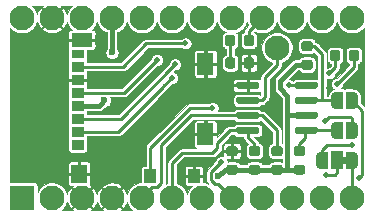
<source format=gbr>
%TF.GenerationSoftware,KiCad,Pcbnew,5.1.9+dfsg1-1~bpo10+1*%
%TF.CreationDate,Date%
%TF.ProjectId,LOG,4c4f472e-6b69-4636-9164-5f7063625858,v1.3*%
%TF.SameCoordinates,Original*%
%TF.FileFunction,Copper,L1,Top*%
%TF.FilePolarity,Positive*%
%FSLAX46Y46*%
G04 Gerber Fmt 4.6, Leading zero omitted, Abs format (unit mm)*
G04 Created by KiCad*
%MOMM*%
%LPD*%
G01*
G04 APERTURE LIST*
%TA.AperFunction,EtchedComponent*%
%ADD10C,0.100000*%
%TD*%
%TA.AperFunction,ComponentPad*%
%ADD11R,2.100000X2.100000*%
%TD*%
%TA.AperFunction,ComponentPad*%
%ADD12C,2.100000*%
%TD*%
%TA.AperFunction,SMDPad,CuDef*%
%ADD13C,0.100000*%
%TD*%
%TA.AperFunction,SMDPad,CuDef*%
%ADD14R,1.000000X1.500000*%
%TD*%
%TA.AperFunction,SMDPad,CuDef*%
%ADD15R,1.350000X1.900000*%
%TD*%
%TA.AperFunction,SMDPad,CuDef*%
%ADD16R,1.000000X1.200000*%
%TD*%
%TA.AperFunction,SMDPad,CuDef*%
%ADD17R,1.350000X1.550000*%
%TD*%
%TA.AperFunction,SMDPad,CuDef*%
%ADD18R,1.800000X1.170000*%
%TD*%
%TA.AperFunction,SMDPad,CuDef*%
%ADD19R,1.100000X0.850000*%
%TD*%
%TA.AperFunction,SMDPad,CuDef*%
%ADD20R,1.100000X0.750000*%
%TD*%
%TA.AperFunction,ViaPad*%
%ADD21C,0.500000*%
%TD*%
%TA.AperFunction,ViaPad*%
%ADD22C,0.600000*%
%TD*%
%TA.AperFunction,Conductor*%
%ADD23C,0.400000*%
%TD*%
%TA.AperFunction,Conductor*%
%ADD24C,0.250000*%
%TD*%
%TA.AperFunction,Conductor*%
%ADD25C,0.125000*%
%TD*%
%TA.AperFunction,Conductor*%
%ADD26C,0.100000*%
%TD*%
G04 APERTURE END LIST*
D10*
%TO.C,JP3*%
G36*
X27570000Y2875000D02*
G01*
X27070000Y2875000D01*
X27070000Y3475000D01*
X27570000Y3475000D01*
X27570000Y2875000D01*
G37*
%TD*%
%TO.P,C1,2*%
%TO.N,GND*%
%TA.AperFunction,SMDPad,CuDef*%
G36*
G01*
X18036250Y3525000D02*
X17523750Y3525000D01*
G75*
G02*
X17305000Y3743750I0J218750D01*
G01*
X17305000Y4181250D01*
G75*
G02*
X17523750Y4400000I218750J0D01*
G01*
X18036250Y4400000D01*
G75*
G02*
X18255000Y4181250I0J-218750D01*
G01*
X18255000Y3743750D01*
G75*
G02*
X18036250Y3525000I-218750J0D01*
G01*
G37*
%TD.AperFunction*%
%TO.P,C1,1*%
%TO.N,+3V3*%
%TA.AperFunction,SMDPad,CuDef*%
G36*
G01*
X18036250Y1950000D02*
X17523750Y1950000D01*
G75*
G02*
X17305000Y2168750I0J218750D01*
G01*
X17305000Y2606250D01*
G75*
G02*
X17523750Y2825000I218750J0D01*
G01*
X18036250Y2825000D01*
G75*
G02*
X18255000Y2606250I0J-218750D01*
G01*
X18255000Y2168750D01*
G75*
G02*
X18036250Y1950000I-218750J0D01*
G01*
G37*
%TD.AperFunction*%
%TD*%
D11*
%TO.P,A1,1*%
%TO.N,Net-(A1-Pad1)*%
X0Y0D03*
D12*
%TO.P,A1,2*%
%TO.N,Net-(A1-Pad2)*%
X2540000Y0D03*
%TO.P,A1,3*%
%TO.N,GND*%
X5080000Y0D03*
%TO.P,A1,13*%
%TO.N,CS0*%
X27940000Y15240000D03*
%TO.P,A1,4*%
%TO.N,GND*%
X7620000Y0D03*
%TO.P,A1,14*%
%TO.N,COPI*%
X25400000Y15240000D03*
%TO.P,A1,5*%
%TO.N,SDA*%
X10160000Y0D03*
%TO.P,A1,15*%
%TO.N,CIPO*%
X22860000Y15240000D03*
%TO.P,A1,6*%
%TO.N,SCL*%
X12700000Y0D03*
%TO.P,A1,16*%
%TO.N,SCK*%
X20320000Y15240000D03*
%TO.P,A1,7*%
%TO.N,Net-(A1-Pad7)*%
X15240000Y0D03*
%TO.P,A1,17*%
%TO.N,Net-(A1-Pad17)*%
X17780000Y15240000D03*
%TO.P,A1,8*%
%TO.N,PWM*%
X17780000Y0D03*
%TO.P,A1,18*%
%TO.N,Net-(A1-Pad18)*%
X15240000Y15240000D03*
%TO.P,A1,9*%
%TO.N,BTN*%
X20320000Y0D03*
%TO.P,A1,19*%
%TO.N,Net-(A1-Pad19)*%
X12700000Y15240000D03*
%TO.P,A1,10*%
%TO.N,INT*%
X22860000Y0D03*
%TO.P,A1,20*%
%TO.N,Net-(A1-Pad20)*%
X10160000Y15240000D03*
%TO.P,A1,11*%
%TO.N,Net-(A1-Pad11)*%
X25400000Y0D03*
%TO.P,A1,21*%
%TO.N,+3V3*%
X7620000Y15240000D03*
%TO.P,A1,12*%
%TO.N,CS1*%
X27940000Y0D03*
%TO.P,A1,22*%
%TO.N,~RST*%
X5080000Y15240000D03*
%TO.P,A1,23*%
%TO.N,GND*%
X2540000Y15240000D03*
%TO.P,A1,24*%
%TO.N,Net-(A1-Pad24)*%
X0Y15240000D03*
%TD*%
%TO.P,R1,2*%
%TO.N,BTN*%
%TA.AperFunction,SMDPad,CuDef*%
G36*
G01*
X27655000Y11808750D02*
X27655000Y12321250D01*
G75*
G02*
X27873750Y12540000I218750J0D01*
G01*
X28311250Y12540000D01*
G75*
G02*
X28530000Y12321250I0J-218750D01*
G01*
X28530000Y11808750D01*
G75*
G02*
X28311250Y11590000I-218750J0D01*
G01*
X27873750Y11590000D01*
G75*
G02*
X27655000Y11808750I0J218750D01*
G01*
G37*
%TD.AperFunction*%
%TO.P,R1,1*%
%TO.N,Net-(J1-Pad9)*%
%TA.AperFunction,SMDPad,CuDef*%
G36*
G01*
X26080000Y11808750D02*
X26080000Y12321250D01*
G75*
G02*
X26298750Y12540000I218750J0D01*
G01*
X26736250Y12540000D01*
G75*
G02*
X26955000Y12321250I0J-218750D01*
G01*
X26955000Y11808750D01*
G75*
G02*
X26736250Y11590000I-218750J0D01*
G01*
X26298750Y11590000D01*
G75*
G02*
X26080000Y11808750I0J218750D01*
G01*
G37*
%TD.AperFunction*%
%TD*%
%TA.AperFunction,SMDPad,CuDef*%
D13*
%TO.P,JP3,1*%
%TO.N,CS1*%
G36*
X27420000Y3925000D02*
G01*
X27970000Y3925000D01*
X27970000Y3924398D01*
X27994534Y3924398D01*
X28043365Y3919588D01*
X28091490Y3910016D01*
X28138445Y3895772D01*
X28183778Y3876995D01*
X28227051Y3853864D01*
X28267850Y3826604D01*
X28305779Y3795476D01*
X28340476Y3760779D01*
X28371604Y3722850D01*
X28398864Y3682051D01*
X28421995Y3638778D01*
X28440772Y3593445D01*
X28455016Y3546490D01*
X28464588Y3498365D01*
X28469398Y3449534D01*
X28469398Y3425000D01*
X28470000Y3425000D01*
X28470000Y2925000D01*
X28469398Y2925000D01*
X28469398Y2900466D01*
X28464588Y2851635D01*
X28455016Y2803510D01*
X28440772Y2756555D01*
X28421995Y2711222D01*
X28398864Y2667949D01*
X28371604Y2627150D01*
X28340476Y2589221D01*
X28305779Y2554524D01*
X28267850Y2523396D01*
X28227051Y2496136D01*
X28183778Y2473005D01*
X28138445Y2454228D01*
X28091490Y2439984D01*
X28043365Y2430412D01*
X27994534Y2425602D01*
X27970000Y2425602D01*
X27970000Y2425000D01*
X27420000Y2425000D01*
X27420000Y3925000D01*
G37*
%TD.AperFunction*%
D14*
%TO.P,JP3,2*%
%TO.N,CS*%
X26670000Y3175000D03*
%TA.AperFunction,SMDPad,CuDef*%
D13*
%TO.P,JP3,3*%
%TO.N,CS0*%
G36*
X25370000Y2425602D02*
G01*
X25345466Y2425602D01*
X25296635Y2430412D01*
X25248510Y2439984D01*
X25201555Y2454228D01*
X25156222Y2473005D01*
X25112949Y2496136D01*
X25072150Y2523396D01*
X25034221Y2554524D01*
X24999524Y2589221D01*
X24968396Y2627150D01*
X24941136Y2667949D01*
X24918005Y2711222D01*
X24899228Y2756555D01*
X24884984Y2803510D01*
X24875412Y2851635D01*
X24870602Y2900466D01*
X24870602Y2925000D01*
X24870000Y2925000D01*
X24870000Y3425000D01*
X24870602Y3425000D01*
X24870602Y3449534D01*
X24875412Y3498365D01*
X24884984Y3546490D01*
X24899228Y3593445D01*
X24918005Y3638778D01*
X24941136Y3682051D01*
X24968396Y3722850D01*
X24999524Y3760779D01*
X25034221Y3795476D01*
X25072150Y3826604D01*
X25112949Y3853864D01*
X25156222Y3876995D01*
X25201555Y3895772D01*
X25248510Y3910016D01*
X25296635Y3919588D01*
X25345466Y3924398D01*
X25370000Y3924398D01*
X25370000Y3925000D01*
X25920000Y3925000D01*
X25920000Y2425000D01*
X25370000Y2425000D01*
X25370000Y2425602D01*
G37*
%TD.AperFunction*%
%TD*%
%TO.P,D1,2*%
%TO.N,Net-(D1-Pad2)*%
%TA.AperFunction,SMDPad,CuDef*%
G36*
G01*
X18065000Y11686250D02*
X18065000Y11173750D01*
G75*
G02*
X17846250Y10955000I-218750J0D01*
G01*
X17408750Y10955000D01*
G75*
G02*
X17190000Y11173750I0J218750D01*
G01*
X17190000Y11686250D01*
G75*
G02*
X17408750Y11905000I218750J0D01*
G01*
X17846250Y11905000D01*
G75*
G02*
X18065000Y11686250I0J-218750D01*
G01*
G37*
%TD.AperFunction*%
%TO.P,D1,1*%
%TO.N,GND*%
%TA.AperFunction,SMDPad,CuDef*%
G36*
G01*
X19640000Y11686250D02*
X19640000Y11173750D01*
G75*
G02*
X19421250Y10955000I-218750J0D01*
G01*
X18983750Y10955000D01*
G75*
G02*
X18765000Y11173750I0J218750D01*
G01*
X18765000Y11686250D01*
G75*
G02*
X18983750Y11905000I218750J0D01*
G01*
X19421250Y11905000D01*
G75*
G02*
X19640000Y11686250I0J-218750D01*
G01*
G37*
%TD.AperFunction*%
%TD*%
%TO.P,R4,2*%
%TO.N,Net-(D1-Pad2)*%
%TA.AperFunction,SMDPad,CuDef*%
G36*
G01*
X18065000Y13591250D02*
X18065000Y13078750D01*
G75*
G02*
X17846250Y12860000I-218750J0D01*
G01*
X17408750Y12860000D01*
G75*
G02*
X17190000Y13078750I0J218750D01*
G01*
X17190000Y13591250D01*
G75*
G02*
X17408750Y13810000I218750J0D01*
G01*
X17846250Y13810000D01*
G75*
G02*
X18065000Y13591250I0J-218750D01*
G01*
G37*
%TD.AperFunction*%
%TO.P,R4,1*%
%TO.N,SCK*%
%TA.AperFunction,SMDPad,CuDef*%
G36*
G01*
X19640000Y13591250D02*
X19640000Y13078750D01*
G75*
G02*
X19421250Y12860000I-218750J0D01*
G01*
X18983750Y12860000D01*
G75*
G02*
X18765000Y13078750I0J218750D01*
G01*
X18765000Y13591250D01*
G75*
G02*
X18983750Y13810000I218750J0D01*
G01*
X19421250Y13810000D01*
G75*
G02*
X19640000Y13591250I0J-218750D01*
G01*
G37*
%TD.AperFunction*%
%TD*%
%TO.P,R6,2*%
%TO.N,SDA*%
%TA.AperFunction,SMDPad,CuDef*%
G36*
G01*
X21846250Y3525000D02*
X21333750Y3525000D01*
G75*
G02*
X21115000Y3743750I0J218750D01*
G01*
X21115000Y4181250D01*
G75*
G02*
X21333750Y4400000I218750J0D01*
G01*
X21846250Y4400000D01*
G75*
G02*
X22065000Y4181250I0J-218750D01*
G01*
X22065000Y3743750D01*
G75*
G02*
X21846250Y3525000I-218750J0D01*
G01*
G37*
%TD.AperFunction*%
%TO.P,R6,1*%
%TO.N,+3V3*%
%TA.AperFunction,SMDPad,CuDef*%
G36*
G01*
X21846250Y1950000D02*
X21333750Y1950000D01*
G75*
G02*
X21115000Y2168750I0J218750D01*
G01*
X21115000Y2606250D01*
G75*
G02*
X21333750Y2825000I218750J0D01*
G01*
X21846250Y2825000D01*
G75*
G02*
X22065000Y2606250I0J-218750D01*
G01*
X22065000Y2168750D01*
G75*
G02*
X21846250Y1950000I-218750J0D01*
G01*
G37*
%TD.AperFunction*%
%TD*%
%TO.P,R5,2*%
%TO.N,SCL*%
%TA.AperFunction,SMDPad,CuDef*%
G36*
G01*
X19941250Y3525000D02*
X19428750Y3525000D01*
G75*
G02*
X19210000Y3743750I0J218750D01*
G01*
X19210000Y4181250D01*
G75*
G02*
X19428750Y4400000I218750J0D01*
G01*
X19941250Y4400000D01*
G75*
G02*
X20160000Y4181250I0J-218750D01*
G01*
X20160000Y3743750D01*
G75*
G02*
X19941250Y3525000I-218750J0D01*
G01*
G37*
%TD.AperFunction*%
%TO.P,R5,1*%
%TO.N,+3V3*%
%TA.AperFunction,SMDPad,CuDef*%
G36*
G01*
X19941250Y1950000D02*
X19428750Y1950000D01*
G75*
G02*
X19210000Y2168750I0J218750D01*
G01*
X19210000Y2606250D01*
G75*
G02*
X19428750Y2825000I218750J0D01*
G01*
X19941250Y2825000D01*
G75*
G02*
X20160000Y2606250I0J-218750D01*
G01*
X20160000Y2168750D01*
G75*
G02*
X19941250Y1950000I-218750J0D01*
G01*
G37*
%TD.AperFunction*%
%TD*%
%TO.P,R3,2*%
%TO.N,Net-(JP1-Pad1)*%
%TA.AperFunction,SMDPad,CuDef*%
G36*
G01*
X23751250Y3525000D02*
X23238750Y3525000D01*
G75*
G02*
X23020000Y3743750I0J218750D01*
G01*
X23020000Y4181250D01*
G75*
G02*
X23238750Y4400000I218750J0D01*
G01*
X23751250Y4400000D01*
G75*
G02*
X23970000Y4181250I0J-218750D01*
G01*
X23970000Y3743750D01*
G75*
G02*
X23751250Y3525000I-218750J0D01*
G01*
G37*
%TD.AperFunction*%
%TO.P,R3,1*%
%TO.N,+3V3*%
%TA.AperFunction,SMDPad,CuDef*%
G36*
G01*
X23751250Y1950000D02*
X23238750Y1950000D01*
G75*
G02*
X23020000Y2168750I0J218750D01*
G01*
X23020000Y2606250D01*
G75*
G02*
X23238750Y2825000I218750J0D01*
G01*
X23751250Y2825000D01*
G75*
G02*
X23970000Y2606250I0J-218750D01*
G01*
X23970000Y2168750D01*
G75*
G02*
X23751250Y1950000I-218750J0D01*
G01*
G37*
%TD.AperFunction*%
%TD*%
%TO.P,R2,2*%
%TO.N,Net-(JP2-Pad1)*%
%TA.AperFunction,SMDPad,CuDef*%
G36*
G01*
X24386250Y12415000D02*
X23873750Y12415000D01*
G75*
G02*
X23655000Y12633750I0J218750D01*
G01*
X23655000Y13071250D01*
G75*
G02*
X23873750Y13290000I218750J0D01*
G01*
X24386250Y13290000D01*
G75*
G02*
X24605000Y13071250I0J-218750D01*
G01*
X24605000Y12633750D01*
G75*
G02*
X24386250Y12415000I-218750J0D01*
G01*
G37*
%TD.AperFunction*%
%TO.P,R2,1*%
%TO.N,+3V3*%
%TA.AperFunction,SMDPad,CuDef*%
G36*
G01*
X24386250Y10840000D02*
X23873750Y10840000D01*
G75*
G02*
X23655000Y11058750I0J218750D01*
G01*
X23655000Y11496250D01*
G75*
G02*
X23873750Y11715000I218750J0D01*
G01*
X24386250Y11715000D01*
G75*
G02*
X24605000Y11496250I0J-218750D01*
G01*
X24605000Y11058750D01*
G75*
G02*
X24386250Y10840000I-218750J0D01*
G01*
G37*
%TD.AperFunction*%
%TD*%
%TA.AperFunction,SMDPad,CuDef*%
%TO.P,JP1,2*%
%TO.N,PWM*%
G36*
X27955000Y6464398D02*
G01*
X27979534Y6464398D01*
X28028365Y6459588D01*
X28076490Y6450016D01*
X28123445Y6435772D01*
X28168778Y6416995D01*
X28212051Y6393864D01*
X28252850Y6366604D01*
X28290779Y6335476D01*
X28325476Y6300779D01*
X28356604Y6262850D01*
X28383864Y6222051D01*
X28406995Y6178778D01*
X28425772Y6133445D01*
X28440016Y6086490D01*
X28449588Y6038365D01*
X28454398Y5989534D01*
X28454398Y5965000D01*
X28455000Y5965000D01*
X28455000Y5465000D01*
X28454398Y5465000D01*
X28454398Y5440466D01*
X28449588Y5391635D01*
X28440016Y5343510D01*
X28425772Y5296555D01*
X28406995Y5251222D01*
X28383864Y5207949D01*
X28356604Y5167150D01*
X28325476Y5129221D01*
X28290779Y5094524D01*
X28252850Y5063396D01*
X28212051Y5036136D01*
X28168778Y5013005D01*
X28123445Y4994228D01*
X28076490Y4979984D01*
X28028365Y4970412D01*
X27979534Y4965602D01*
X27955000Y4965602D01*
X27955000Y4965000D01*
X27455000Y4965000D01*
X27455000Y6465000D01*
X27955000Y6465000D01*
X27955000Y6464398D01*
G37*
%TD.AperFunction*%
%TA.AperFunction,SMDPad,CuDef*%
%TO.P,JP1,1*%
%TO.N,Net-(JP1-Pad1)*%
G36*
X27155000Y4965000D02*
G01*
X26655000Y4965000D01*
X26655000Y4965602D01*
X26630466Y4965602D01*
X26581635Y4970412D01*
X26533510Y4979984D01*
X26486555Y4994228D01*
X26441222Y5013005D01*
X26397949Y5036136D01*
X26357150Y5063396D01*
X26319221Y5094524D01*
X26284524Y5129221D01*
X26253396Y5167150D01*
X26226136Y5207949D01*
X26203005Y5251222D01*
X26184228Y5296555D01*
X26169984Y5343510D01*
X26160412Y5391635D01*
X26155602Y5440466D01*
X26155602Y5465000D01*
X26155000Y5465000D01*
X26155000Y5965000D01*
X26155602Y5965000D01*
X26155602Y5989534D01*
X26160412Y6038365D01*
X26169984Y6086490D01*
X26184228Y6133445D01*
X26203005Y6178778D01*
X26226136Y6222051D01*
X26253396Y6262850D01*
X26284524Y6300779D01*
X26319221Y6335476D01*
X26357150Y6366604D01*
X26397949Y6393864D01*
X26441222Y6416995D01*
X26486555Y6435772D01*
X26533510Y6450016D01*
X26581635Y6459588D01*
X26630466Y6464398D01*
X26655000Y6464398D01*
X26655000Y6465000D01*
X27155000Y6465000D01*
X27155000Y4965000D01*
G37*
%TD.AperFunction*%
%TD*%
%TA.AperFunction,SMDPad,CuDef*%
%TO.P,JP2,2*%
%TO.N,INT*%
G36*
X27955000Y9004398D02*
G01*
X27979534Y9004398D01*
X28028365Y8999588D01*
X28076490Y8990016D01*
X28123445Y8975772D01*
X28168778Y8956995D01*
X28212051Y8933864D01*
X28252850Y8906604D01*
X28290779Y8875476D01*
X28325476Y8840779D01*
X28356604Y8802850D01*
X28383864Y8762051D01*
X28406995Y8718778D01*
X28425772Y8673445D01*
X28440016Y8626490D01*
X28449588Y8578365D01*
X28454398Y8529534D01*
X28454398Y8505000D01*
X28455000Y8505000D01*
X28455000Y8005000D01*
X28454398Y8005000D01*
X28454398Y7980466D01*
X28449588Y7931635D01*
X28440016Y7883510D01*
X28425772Y7836555D01*
X28406995Y7791222D01*
X28383864Y7747949D01*
X28356604Y7707150D01*
X28325476Y7669221D01*
X28290779Y7634524D01*
X28252850Y7603396D01*
X28212051Y7576136D01*
X28168778Y7553005D01*
X28123445Y7534228D01*
X28076490Y7519984D01*
X28028365Y7510412D01*
X27979534Y7505602D01*
X27955000Y7505602D01*
X27955000Y7505000D01*
X27455000Y7505000D01*
X27455000Y9005000D01*
X27955000Y9005000D01*
X27955000Y9004398D01*
G37*
%TD.AperFunction*%
%TA.AperFunction,SMDPad,CuDef*%
%TO.P,JP2,1*%
%TO.N,Net-(JP2-Pad1)*%
G36*
X27155000Y7505000D02*
G01*
X26655000Y7505000D01*
X26655000Y7505602D01*
X26630466Y7505602D01*
X26581635Y7510412D01*
X26533510Y7519984D01*
X26486555Y7534228D01*
X26441222Y7553005D01*
X26397949Y7576136D01*
X26357150Y7603396D01*
X26319221Y7634524D01*
X26284524Y7669221D01*
X26253396Y7707150D01*
X26226136Y7747949D01*
X26203005Y7791222D01*
X26184228Y7836555D01*
X26169984Y7883510D01*
X26160412Y7931635D01*
X26155602Y7980466D01*
X26155602Y8005000D01*
X26155000Y8005000D01*
X26155000Y8505000D01*
X26155602Y8505000D01*
X26155602Y8529534D01*
X26160412Y8578365D01*
X26169984Y8626490D01*
X26184228Y8673445D01*
X26203005Y8718778D01*
X26226136Y8762051D01*
X26253396Y8802850D01*
X26284524Y8840779D01*
X26319221Y8875476D01*
X26357150Y8906604D01*
X26397949Y8933864D01*
X26441222Y8956995D01*
X26486555Y8975772D01*
X26533510Y8990016D01*
X26581635Y8999588D01*
X26630466Y9004398D01*
X26655000Y9004398D01*
X26655000Y9005000D01*
X27155000Y9005000D01*
X27155000Y7505000D01*
G37*
%TD.AperFunction*%
%TD*%
%TO.P,U1,8*%
%TO.N,SCL*%
%TA.AperFunction,SMDPad,CuDef*%
G36*
G01*
X20090000Y5865000D02*
X20090000Y5565000D01*
G75*
G02*
X19940000Y5415000I-150000J0D01*
G01*
X18290000Y5415000D01*
G75*
G02*
X18140000Y5565000I0J150000D01*
G01*
X18140000Y5865000D01*
G75*
G02*
X18290000Y6015000I150000J0D01*
G01*
X19940000Y6015000D01*
G75*
G02*
X20090000Y5865000I0J-150000D01*
G01*
G37*
%TD.AperFunction*%
%TO.P,U1,7*%
%TO.N,SDA*%
%TA.AperFunction,SMDPad,CuDef*%
G36*
G01*
X20090000Y7135000D02*
X20090000Y6835000D01*
G75*
G02*
X19940000Y6685000I-150000J0D01*
G01*
X18290000Y6685000D01*
G75*
G02*
X18140000Y6835000I0J150000D01*
G01*
X18140000Y7135000D01*
G75*
G02*
X18290000Y7285000I150000J0D01*
G01*
X19940000Y7285000D01*
G75*
G02*
X20090000Y7135000I0J-150000D01*
G01*
G37*
%TD.AperFunction*%
%TO.P,U1,6*%
%TO.N,Net-(TP1-Pad1)*%
%TA.AperFunction,SMDPad,CuDef*%
G36*
G01*
X20090000Y8405000D02*
X20090000Y8105000D01*
G75*
G02*
X19940000Y7955000I-150000J0D01*
G01*
X18290000Y7955000D01*
G75*
G02*
X18140000Y8105000I0J150000D01*
G01*
X18140000Y8405000D01*
G75*
G02*
X18290000Y8555000I150000J0D01*
G01*
X19940000Y8555000D01*
G75*
G02*
X20090000Y8405000I0J-150000D01*
G01*
G37*
%TD.AperFunction*%
%TO.P,U1,5*%
%TO.N,GND*%
%TA.AperFunction,SMDPad,CuDef*%
G36*
G01*
X20090000Y9675000D02*
X20090000Y9375000D01*
G75*
G02*
X19940000Y9225000I-150000J0D01*
G01*
X18290000Y9225000D01*
G75*
G02*
X18140000Y9375000I0J150000D01*
G01*
X18140000Y9675000D01*
G75*
G02*
X18290000Y9825000I150000J0D01*
G01*
X19940000Y9825000D01*
G75*
G02*
X20090000Y9675000I0J-150000D01*
G01*
G37*
%TD.AperFunction*%
%TO.P,U1,4*%
%TO.N,~RST*%
%TA.AperFunction,SMDPad,CuDef*%
G36*
G01*
X25040000Y9675000D02*
X25040000Y9375000D01*
G75*
G02*
X24890000Y9225000I-150000J0D01*
G01*
X23240000Y9225000D01*
G75*
G02*
X23090000Y9375000I0J150000D01*
G01*
X23090000Y9675000D01*
G75*
G02*
X23240000Y9825000I150000J0D01*
G01*
X24890000Y9825000D01*
G75*
G02*
X25040000Y9675000I0J-150000D01*
G01*
G37*
%TD.AperFunction*%
%TO.P,U1,3*%
%TO.N,Net-(JP2-Pad1)*%
%TA.AperFunction,SMDPad,CuDef*%
G36*
G01*
X25040000Y8405000D02*
X25040000Y8105000D01*
G75*
G02*
X24890000Y7955000I-150000J0D01*
G01*
X23240000Y7955000D01*
G75*
G02*
X23090000Y8105000I0J150000D01*
G01*
X23090000Y8405000D01*
G75*
G02*
X23240000Y8555000I150000J0D01*
G01*
X24890000Y8555000D01*
G75*
G02*
X25040000Y8405000I0J-150000D01*
G01*
G37*
%TD.AperFunction*%
%TO.P,U1,2*%
%TO.N,+3V3*%
%TA.AperFunction,SMDPad,CuDef*%
G36*
G01*
X25040000Y7135000D02*
X25040000Y6835000D01*
G75*
G02*
X24890000Y6685000I-150000J0D01*
G01*
X23240000Y6685000D01*
G75*
G02*
X23090000Y6835000I0J150000D01*
G01*
X23090000Y7135000D01*
G75*
G02*
X23240000Y7285000I150000J0D01*
G01*
X24890000Y7285000D01*
G75*
G02*
X25040000Y7135000I0J-150000D01*
G01*
G37*
%TD.AperFunction*%
%TO.P,U1,1*%
%TO.N,Net-(JP1-Pad1)*%
%TA.AperFunction,SMDPad,CuDef*%
G36*
G01*
X25040000Y5865000D02*
X25040000Y5565000D01*
G75*
G02*
X24890000Y5415000I-150000J0D01*
G01*
X23240000Y5415000D01*
G75*
G02*
X23090000Y5565000I0J150000D01*
G01*
X23090000Y5865000D01*
G75*
G02*
X23240000Y6015000I150000J0D01*
G01*
X24890000Y6015000D01*
G75*
G02*
X25040000Y5865000I0J-150000D01*
G01*
G37*
%TD.AperFunction*%
%TD*%
D12*
%TO.P,TP1,1*%
%TO.N,Net-(TP1-Pad1)*%
X21590000Y12700000D03*
%TD*%
D15*
%TO.P,J1,11*%
%TO.N,GND*%
X15535000Y11350000D03*
X15535000Y5380000D03*
D16*
%TO.P,J1,9*%
%TO.N,Net-(J1-Pad9)*%
X10860000Y1880000D03*
%TO.P,J1,10*%
%TO.N,GND*%
X14560000Y1880000D03*
D17*
%TO.P,J1,11*%
X4835000Y2055000D03*
D18*
X5060000Y13375000D03*
D19*
%TO.P,J1,7*%
%TO.N,CIPO*%
X4710000Y11115000D03*
%TO.P,J1,6*%
%TO.N,GND*%
X4710000Y10015000D03*
%TO.P,J1,5*%
%TO.N,SCK*%
X4710000Y8915000D03*
%TO.P,J1,4*%
%TO.N,+3V3*%
X4710000Y7815000D03*
%TO.P,J1,3*%
%TO.N,COPI*%
X4710000Y6715000D03*
%TO.P,J1,2*%
%TO.N,CS*%
X4710000Y5615000D03*
D20*
%TO.P,J1,8*%
%TO.N,Net-(J1-Pad8)*%
X4710000Y12165000D03*
D19*
%TO.P,J1,1*%
%TO.N,Net-(J1-Pad1)*%
X4710000Y4515000D03*
%TD*%
D21*
%TO.N,GND*%
X5969000Y10033000D03*
X13970000Y5715000D03*
X17145000Y6350000D03*
X21590000Y6731000D03*
X9525000Y3175000D03*
X8255000Y4445000D03*
X17145000Y8890000D03*
X12700000Y7620000D03*
X20574000Y5080000D03*
X17780000Y5080000D03*
X13589000Y2794000D03*
X8255000Y10033000D03*
X13970000Y4445000D03*
X8382000Y8001000D03*
X21590000Y8382000D03*
X15621000Y3048000D03*
X26035000Y9271000D03*
X24765000Y10414000D03*
D22*
%TO.N,+3V3*%
X6985000Y8255000D03*
X7620000Y12319000D03*
X16627010Y1844051D03*
D21*
%TO.N,Net-(J1-Pad9)*%
X16129000Y7620000D03*
X26009396Y10541000D03*
%TO.N,CS0*%
X27940000Y4445000D03*
%TO.N,COPI*%
X12954000Y11303000D03*
%TO.N,CIPO*%
X13843000Y13081000D03*
%TO.N,SCK*%
X11430000Y11683998D03*
%TO.N,PWM*%
X25654004Y6477000D03*
X16891000Y3048000D03*
%TO.N,BTN*%
X26670000Y9652000D03*
%TO.N,INT*%
X28575000Y1651000D03*
%TO.N,~RST*%
X22606000Y9525000D03*
%TO.N,CS*%
X25781000Y1972000D03*
X12700000Y10160000D03*
%TD*%
D23*
%TO.N,+3V3*%
X18643500Y2387500D02*
X17780000Y2387500D01*
X19685000Y2387500D02*
X18643500Y2387500D01*
X19685000Y2387500D02*
X20472500Y2387500D01*
X21590000Y2387500D02*
X20472500Y2387500D01*
X23495000Y2387500D02*
X22377500Y2387500D01*
X21590000Y2387500D02*
X22377500Y2387500D01*
X22377500Y2387500D02*
X22465010Y2475010D01*
X22465010Y6971010D02*
X22479000Y6985000D01*
X22465010Y2475010D02*
X22465010Y6971010D01*
X22479000Y6985000D02*
X24065000Y6985000D01*
X6685001Y7955001D02*
X6985000Y8255000D01*
X4710000Y7815000D02*
X6545000Y7815000D01*
X6545000Y7815000D02*
X6685001Y7955001D01*
X7620000Y15240000D02*
X7620000Y12319000D01*
X17170459Y2387500D02*
X16627010Y1844051D01*
X17780000Y2387500D02*
X17170459Y2387500D01*
X22479000Y8636000D02*
X22479000Y6985000D01*
X21844000Y9906000D02*
X21844000Y9271000D01*
X23215500Y11277500D02*
X21844000Y9906000D01*
X21844000Y9271000D02*
X22479000Y8636000D01*
X24130000Y11277500D02*
X23215500Y11277500D01*
D24*
%TO.N,Net-(TP1-Pad1)*%
X20320000Y8255000D02*
X19177000Y8255000D01*
X20574000Y8509000D02*
X20320000Y8255000D01*
X20574000Y10199076D02*
X20574000Y8509000D01*
X21590000Y11215076D02*
X20574000Y10199076D01*
X21590000Y12700000D02*
X21590000Y11215076D01*
%TO.N,Net-(JP1-Pad1)*%
X24065000Y5715000D02*
X26670000Y5715000D01*
X24003000Y5044000D02*
X24003000Y5715000D01*
X23495000Y3962500D02*
X23495000Y4536000D01*
X23495000Y4536000D02*
X24003000Y5044000D01*
%TO.N,Net-(JP2-Pad1)*%
X24065000Y8255000D02*
X25400000Y8255000D01*
X25400000Y8255000D02*
X26670000Y8255000D01*
X24739500Y12852500D02*
X24130000Y12852500D01*
X25400000Y12192000D02*
X24739500Y12852500D01*
X25400000Y8255000D02*
X25400000Y12192000D01*
%TO.N,Net-(J1-Pad9)*%
X15775447Y7620000D02*
X16129000Y7620000D01*
X14224000Y7620000D02*
X15775447Y7620000D01*
X10860000Y4256000D02*
X14224000Y7620000D01*
X10860000Y1880000D02*
X10860000Y4256000D01*
X26517500Y11049104D02*
X26009396Y10541000D01*
X26517500Y12065000D02*
X26517500Y11049104D01*
%TO.N,Net-(D1-Pad2)*%
X17627500Y11430000D02*
X17627500Y12293500D01*
X17627500Y13335000D02*
X17627500Y12293500D01*
%TO.N,CS0*%
X25370000Y3175000D02*
X25370000Y4022592D01*
X25370000Y4022592D02*
X25792408Y4445000D01*
X25792408Y4445000D02*
X27586447Y4445000D01*
X27586447Y4445000D02*
X27940000Y4445000D01*
%TO.N,COPI*%
X4710000Y6715000D02*
X8366000Y6715000D01*
X8366000Y6715000D02*
X12704001Y11053001D01*
X12704001Y11053001D02*
X12954000Y11303000D01*
%TO.N,SDA*%
X21590000Y4400000D02*
X21590000Y3962500D01*
X21590000Y5715000D02*
X21590000Y4400000D01*
X14313004Y6985000D02*
X20320000Y6985000D01*
X11811000Y4482996D02*
X14313004Y6985000D01*
X11430000Y889000D02*
X11811000Y1270000D01*
X20320000Y6985000D02*
X21590000Y5715000D01*
X11049000Y889000D02*
X11430000Y889000D01*
X11811000Y1270000D02*
X11811000Y4482996D01*
X10160000Y0D02*
X11049000Y889000D01*
%TO.N,CIPO*%
X4710000Y11115000D02*
X8575000Y11115000D01*
X13489447Y13081000D02*
X13843000Y13081000D01*
X10541000Y13081000D02*
X13489447Y13081000D01*
X8575000Y11115000D02*
X10541000Y13081000D01*
%TO.N,SCL*%
X19115000Y5142000D02*
X19115000Y5715000D01*
X19685000Y3962500D02*
X19685000Y4572000D01*
X19685000Y4572000D02*
X19115000Y5142000D01*
X12700000Y1131370D02*
X12700000Y0D01*
X12700000Y2921000D02*
X12700000Y1131370D01*
X16535001Y4216001D02*
X16129000Y3810000D01*
X13589000Y3810000D02*
X12700000Y2921000D01*
X16535001Y4660501D02*
X16535001Y4216001D01*
X16129000Y3810000D02*
X13589000Y3810000D01*
X17589500Y5715000D02*
X16535001Y4660501D01*
X19050000Y5715000D02*
X17589500Y5715000D01*
%TO.N,SCK*%
X19202500Y13335000D02*
X19202500Y14122500D01*
X19202500Y14122500D02*
X20320000Y15240000D01*
X11180001Y11433999D02*
X11430000Y11683998D01*
X8661002Y8915000D02*
X11180001Y11433999D01*
X4710000Y8915000D02*
X8661002Y8915000D01*
%TO.N,PWM*%
X27955000Y5715000D02*
X27955000Y6716296D01*
X25904003Y6726999D02*
X25654004Y6477000D01*
X27955000Y6716296D02*
X27817297Y6853999D01*
X26031003Y6853999D02*
X25904003Y6726999D01*
X27817297Y6853999D02*
X26031003Y6853999D01*
X16002000Y2159000D02*
X16891000Y3048000D01*
X16002000Y1524000D02*
X16002000Y2159000D01*
X16383000Y1143000D02*
X16002000Y1524000D01*
X16637000Y1143000D02*
X16383000Y1143000D01*
X17780000Y0D02*
X16637000Y1143000D01*
%TO.N,BTN*%
X28092500Y11074500D02*
X26670000Y9652000D01*
X28092500Y12065000D02*
X28092500Y11074500D01*
%TO.N,INT*%
X28824999Y7385001D02*
X28824999Y1900999D01*
X28824999Y1900999D02*
X28575000Y1651000D01*
X27955000Y8255000D02*
X28824999Y7385001D01*
%TO.N,CS1*%
X27970000Y3175000D02*
X27970000Y1681000D01*
X27940000Y1651000D02*
X27940000Y0D01*
X27970000Y1681000D02*
X27940000Y1651000D01*
%TO.N,~RST*%
X24065000Y9525000D02*
X22875022Y9525000D01*
X22875022Y9525000D02*
X22606000Y9525000D01*
%TO.N,CS*%
X26467000Y1972000D02*
X25781000Y1972000D01*
X26670000Y2175000D02*
X26467000Y1972000D01*
X26670000Y3175000D02*
X26670000Y2175000D01*
X8155000Y5615000D02*
X11815001Y9275001D01*
X11815001Y9275001D02*
X12065000Y9525000D01*
X4710000Y5615000D02*
X8155000Y5615000D01*
X12065000Y9525000D02*
X12700000Y10160000D01*
%TD*%
D25*
%TO.N,GND*%
X1717870Y16185874D02*
X2540000Y15363744D01*
X3362130Y16185874D01*
X3301339Y16272500D01*
X4262807Y16272500D01*
X4243330Y16259486D01*
X4060514Y16076670D01*
X3916877Y15861702D01*
X3817938Y15622842D01*
X3809692Y15581387D01*
X3744323Y15777562D01*
X3656054Y15942704D01*
X3485874Y16062130D01*
X2663744Y15240000D01*
X3485874Y14417870D01*
X3656054Y14537296D01*
X3771699Y14768529D01*
X3808702Y14903593D01*
X3817938Y14857158D01*
X3916877Y14618298D01*
X4060514Y14403330D01*
X4240210Y14223634D01*
X4160000Y14223770D01*
X4108541Y14218702D01*
X4059060Y14203692D01*
X4013457Y14179317D01*
X3973486Y14146514D01*
X3940683Y14106543D01*
X3916308Y14060940D01*
X3901298Y14011459D01*
X3896230Y13960000D01*
X3897500Y13528125D01*
X3963125Y13462500D01*
X4972500Y13462500D01*
X4972500Y13482500D01*
X5147500Y13482500D01*
X5147500Y13462500D01*
X6156875Y13462500D01*
X6222500Y13528125D01*
X6223770Y13960000D01*
X6218702Y14011459D01*
X6203692Y14060940D01*
X6179317Y14106543D01*
X6146514Y14146514D01*
X6106543Y14179317D01*
X6060940Y14203692D01*
X6011459Y14218702D01*
X5960000Y14223770D01*
X5919858Y14223702D01*
X6099486Y14403330D01*
X6243123Y14618298D01*
X6342062Y14857158D01*
X6350000Y14897066D01*
X6357938Y14857158D01*
X6456877Y14618298D01*
X6600514Y14403330D01*
X6783330Y14220514D01*
X6998298Y14076877D01*
X7157500Y14010933D01*
X7157501Y12639295D01*
X7121519Y12585444D01*
X7079116Y12483075D01*
X7057500Y12374401D01*
X7057500Y12263599D01*
X7079116Y12154925D01*
X7121519Y12052556D01*
X7183077Y11960427D01*
X7261427Y11882077D01*
X7353556Y11820519D01*
X7455925Y11778116D01*
X7564599Y11756500D01*
X7675401Y11756500D01*
X7784075Y11778116D01*
X7886444Y11820519D01*
X7978573Y11882077D01*
X8056923Y11960427D01*
X8118481Y12052556D01*
X8160884Y12154925D01*
X8182500Y12263599D01*
X8182500Y12374401D01*
X8160884Y12483075D01*
X8118481Y12585444D01*
X8082500Y12639294D01*
X8082500Y14010933D01*
X8241702Y14076877D01*
X8456670Y14220514D01*
X8639486Y14403330D01*
X8783123Y14618298D01*
X8882062Y14857158D01*
X8890000Y14897066D01*
X8897938Y14857158D01*
X8996877Y14618298D01*
X9140514Y14403330D01*
X9323330Y14220514D01*
X9538298Y14076877D01*
X9777158Y13977938D01*
X10030730Y13927500D01*
X10289270Y13927500D01*
X10542842Y13977938D01*
X10781702Y14076877D01*
X10996670Y14220514D01*
X11179486Y14403330D01*
X11323123Y14618298D01*
X11422062Y14857158D01*
X11430000Y14897066D01*
X11437938Y14857158D01*
X11536877Y14618298D01*
X11680514Y14403330D01*
X11863330Y14220514D01*
X12078298Y14076877D01*
X12317158Y13977938D01*
X12570730Y13927500D01*
X12829270Y13927500D01*
X13082842Y13977938D01*
X13321702Y14076877D01*
X13536670Y14220514D01*
X13719486Y14403330D01*
X13863123Y14618298D01*
X13962062Y14857158D01*
X13970000Y14897066D01*
X13977938Y14857158D01*
X14076877Y14618298D01*
X14220514Y14403330D01*
X14403330Y14220514D01*
X14618298Y14076877D01*
X14857158Y13977938D01*
X15110730Y13927500D01*
X15369270Y13927500D01*
X15622842Y13977938D01*
X15861702Y14076877D01*
X16076670Y14220514D01*
X16259486Y14403330D01*
X16403123Y14618298D01*
X16502062Y14857158D01*
X16510000Y14897066D01*
X16517938Y14857158D01*
X16616877Y14618298D01*
X16760514Y14403330D01*
X16943330Y14220514D01*
X17158298Y14076877D01*
X17241632Y14042359D01*
X17224098Y14037040D01*
X17140676Y13992451D01*
X17067557Y13932443D01*
X17007549Y13859324D01*
X16962960Y13775902D01*
X16935501Y13685385D01*
X16926230Y13591250D01*
X16926230Y13078750D01*
X16935501Y12984615D01*
X16962960Y12894098D01*
X17007549Y12810676D01*
X17067557Y12737557D01*
X17140676Y12677549D01*
X17224098Y12632960D01*
X17240001Y12628136D01*
X17240001Y12136864D01*
X17224098Y12132040D01*
X17140676Y12087451D01*
X17067557Y12027443D01*
X17007549Y11954324D01*
X16962960Y11870902D01*
X16935501Y11780385D01*
X16926230Y11686250D01*
X16926230Y11173750D01*
X16935501Y11079615D01*
X16962960Y10989098D01*
X17007549Y10905676D01*
X17067557Y10832557D01*
X17140676Y10772549D01*
X17224098Y10727960D01*
X17314615Y10700501D01*
X17408750Y10691230D01*
X17846250Y10691230D01*
X17940385Y10700501D01*
X18030902Y10727960D01*
X18114324Y10772549D01*
X18187443Y10832557D01*
X18247451Y10905676D01*
X18273814Y10955000D01*
X18501230Y10955000D01*
X18506298Y10903541D01*
X18521308Y10854060D01*
X18545683Y10808457D01*
X18578486Y10768486D01*
X18618457Y10735683D01*
X18664060Y10711308D01*
X18713541Y10696298D01*
X18765000Y10691230D01*
X19049375Y10692500D01*
X19115000Y10758125D01*
X19115000Y11342500D01*
X19290000Y11342500D01*
X19290000Y10758125D01*
X19355625Y10692500D01*
X19640000Y10691230D01*
X19691459Y10696298D01*
X19740940Y10711308D01*
X19786543Y10735683D01*
X19826514Y10768486D01*
X19859317Y10808457D01*
X19883692Y10854060D01*
X19898702Y10903541D01*
X19903770Y10955000D01*
X19902500Y11276875D01*
X19836875Y11342500D01*
X19290000Y11342500D01*
X19115000Y11342500D01*
X18568125Y11342500D01*
X18502500Y11276875D01*
X18501230Y10955000D01*
X18273814Y10955000D01*
X18292040Y10989098D01*
X18319499Y11079615D01*
X18328770Y11173750D01*
X18328770Y11686250D01*
X18319499Y11780385D01*
X18292040Y11870902D01*
X18273815Y11905000D01*
X18501230Y11905000D01*
X18502500Y11583125D01*
X18568125Y11517500D01*
X19115000Y11517500D01*
X19115000Y12101875D01*
X19290000Y12101875D01*
X19290000Y11517500D01*
X19836875Y11517500D01*
X19902500Y11583125D01*
X19903770Y11905000D01*
X19898702Y11956459D01*
X19883692Y12005940D01*
X19859317Y12051543D01*
X19826514Y12091514D01*
X19786543Y12124317D01*
X19740940Y12148692D01*
X19691459Y12163702D01*
X19640000Y12168770D01*
X19355625Y12167500D01*
X19290000Y12101875D01*
X19115000Y12101875D01*
X19049375Y12167500D01*
X18765000Y12168770D01*
X18713541Y12163702D01*
X18664060Y12148692D01*
X18618457Y12124317D01*
X18578486Y12091514D01*
X18545683Y12051543D01*
X18521308Y12005940D01*
X18506298Y11956459D01*
X18501230Y11905000D01*
X18273815Y11905000D01*
X18247451Y11954324D01*
X18187443Y12027443D01*
X18114324Y12087451D01*
X18030902Y12132040D01*
X18015000Y12136864D01*
X18015000Y12628136D01*
X18030902Y12632960D01*
X18114324Y12677549D01*
X18187443Y12737557D01*
X18247451Y12810676D01*
X18292040Y12894098D01*
X18319499Y12984615D01*
X18328770Y13078750D01*
X18328770Y13591250D01*
X18319499Y13685385D01*
X18292040Y13775902D01*
X18247451Y13859324D01*
X18187443Y13932443D01*
X18138023Y13973001D01*
X18162842Y13977938D01*
X18401702Y14076877D01*
X18616670Y14220514D01*
X18799486Y14403330D01*
X18943123Y14618298D01*
X19042062Y14857158D01*
X19050000Y14897066D01*
X19057938Y14857158D01*
X19154948Y14622955D01*
X18941951Y14409958D01*
X18927172Y14397829D01*
X18878748Y14338825D01*
X18854856Y14294126D01*
X18842766Y14271507D01*
X18820608Y14198463D01*
X18813126Y14122500D01*
X18815001Y14103464D01*
X18815001Y14041864D01*
X18799098Y14037040D01*
X18715676Y13992451D01*
X18642557Y13932443D01*
X18582549Y13859324D01*
X18537960Y13775902D01*
X18510501Y13685385D01*
X18501230Y13591250D01*
X18501230Y13078750D01*
X18510501Y12984615D01*
X18537960Y12894098D01*
X18582549Y12810676D01*
X18642557Y12737557D01*
X18715676Y12677549D01*
X18799098Y12632960D01*
X18889615Y12605501D01*
X18983750Y12596230D01*
X19421250Y12596230D01*
X19515385Y12605501D01*
X19605902Y12632960D01*
X19689324Y12677549D01*
X19762443Y12737557D01*
X19822451Y12810676D01*
X19867040Y12894098D01*
X19894499Y12984615D01*
X19903770Y13078750D01*
X19903770Y13591250D01*
X19894499Y13685385D01*
X19867040Y13775902D01*
X19822451Y13859324D01*
X19762443Y13932443D01*
X19689324Y13992451D01*
X19644446Y14016438D01*
X19702955Y14074948D01*
X19937158Y13977938D01*
X20190730Y13927500D01*
X20449270Y13927500D01*
X20702842Y13977938D01*
X20941702Y14076877D01*
X21156670Y14220514D01*
X21339486Y14403330D01*
X21483123Y14618298D01*
X21582062Y14857158D01*
X21590000Y14897066D01*
X21597938Y14857158D01*
X21696877Y14618298D01*
X21840514Y14403330D01*
X22023330Y14220514D01*
X22238298Y14076877D01*
X22477158Y13977938D01*
X22730730Y13927500D01*
X22989270Y13927500D01*
X23242842Y13977938D01*
X23481702Y14076877D01*
X23696670Y14220514D01*
X23879486Y14403330D01*
X24023123Y14618298D01*
X24122062Y14857158D01*
X24130000Y14897066D01*
X24137938Y14857158D01*
X24236877Y14618298D01*
X24380514Y14403330D01*
X24563330Y14220514D01*
X24778298Y14076877D01*
X25017158Y13977938D01*
X25270730Y13927500D01*
X25529270Y13927500D01*
X25782842Y13977938D01*
X26021702Y14076877D01*
X26236670Y14220514D01*
X26419486Y14403330D01*
X26563123Y14618298D01*
X26662062Y14857158D01*
X26670000Y14897066D01*
X26677938Y14857158D01*
X26776877Y14618298D01*
X26920514Y14403330D01*
X27103330Y14220514D01*
X27318298Y14076877D01*
X27557158Y13977938D01*
X27810730Y13927500D01*
X28069270Y13927500D01*
X28322842Y13977938D01*
X28561702Y14076877D01*
X28776670Y14220514D01*
X28959486Y14403330D01*
X28972501Y14422808D01*
X28972501Y7785507D01*
X28718770Y8039238D01*
X28718770Y8505000D01*
X28716362Y8529450D01*
X28716362Y8554009D01*
X28711294Y8605468D01*
X28692172Y8701601D01*
X28677162Y8751081D01*
X28639653Y8841637D01*
X28615278Y8887241D01*
X28560822Y8968740D01*
X28528019Y9008711D01*
X28458711Y9078019D01*
X28418740Y9110822D01*
X28337241Y9165278D01*
X28291637Y9189653D01*
X28201081Y9227162D01*
X28151601Y9242172D01*
X28055468Y9261294D01*
X28004009Y9266362D01*
X27979450Y9266362D01*
X27955000Y9268770D01*
X27455000Y9268770D01*
X27403541Y9263702D01*
X27354060Y9248692D01*
X27308457Y9224317D01*
X27305000Y9221480D01*
X27301543Y9224317D01*
X27255940Y9248692D01*
X27206459Y9263702D01*
X27155000Y9268770D01*
X27011555Y9268770D01*
X27068085Y9325300D01*
X27124172Y9409240D01*
X27162805Y9502509D01*
X27182500Y9601523D01*
X27182500Y9616493D01*
X28353050Y10787042D01*
X28367829Y10799171D01*
X28416253Y10858175D01*
X28439701Y10902044D01*
X28452235Y10925492D01*
X28474392Y10998537D01*
X28481874Y11074500D01*
X28480000Y11093526D01*
X28480000Y11358136D01*
X28495902Y11362960D01*
X28579324Y11407549D01*
X28652443Y11467557D01*
X28712451Y11540676D01*
X28757040Y11624098D01*
X28784499Y11714615D01*
X28793770Y11808750D01*
X28793770Y12321250D01*
X28784499Y12415385D01*
X28757040Y12505902D01*
X28712451Y12589324D01*
X28652443Y12662443D01*
X28579324Y12722451D01*
X28495902Y12767040D01*
X28405385Y12794499D01*
X28311250Y12803770D01*
X27873750Y12803770D01*
X27779615Y12794499D01*
X27689098Y12767040D01*
X27605676Y12722451D01*
X27532557Y12662443D01*
X27472549Y12589324D01*
X27427960Y12505902D01*
X27400501Y12415385D01*
X27391230Y12321250D01*
X27391230Y11808750D01*
X27400501Y11714615D01*
X27427960Y11624098D01*
X27472549Y11540676D01*
X27532557Y11467557D01*
X27605676Y11407549D01*
X27689098Y11362960D01*
X27705001Y11358136D01*
X27705001Y11235009D01*
X26634493Y10164500D01*
X26619523Y10164500D01*
X26520509Y10144805D01*
X26427240Y10106172D01*
X26343300Y10050085D01*
X26271915Y9978700D01*
X26215828Y9894760D01*
X26177195Y9801491D01*
X26157500Y9702477D01*
X26157500Y9601523D01*
X26177195Y9502509D01*
X26215828Y9409240D01*
X26271915Y9325300D01*
X26343300Y9253915D01*
X26393128Y9220621D01*
X26318363Y9189653D01*
X26272759Y9165278D01*
X26191260Y9110822D01*
X26151289Y9078019D01*
X26081981Y9008711D01*
X26049178Y8968740D01*
X25994722Y8887241D01*
X25970347Y8841637D01*
X25932838Y8751081D01*
X25917828Y8701601D01*
X25906072Y8642500D01*
X25787500Y8642500D01*
X25787500Y10078186D01*
X25859905Y10048195D01*
X25958919Y10028500D01*
X26059873Y10028500D01*
X26158887Y10048195D01*
X26252156Y10086828D01*
X26336096Y10142915D01*
X26407481Y10214300D01*
X26463568Y10298240D01*
X26502201Y10391509D01*
X26521896Y10490523D01*
X26521896Y10505493D01*
X26778050Y10761646D01*
X26792829Y10773775D01*
X26841253Y10832779D01*
X26877235Y10900097D01*
X26878417Y10903994D01*
X26899393Y10973141D01*
X26906874Y11049104D01*
X26905000Y11068133D01*
X26905000Y11358136D01*
X26920902Y11362960D01*
X27004324Y11407549D01*
X27077443Y11467557D01*
X27137451Y11540676D01*
X27182040Y11624098D01*
X27209499Y11714615D01*
X27218770Y11808750D01*
X27218770Y12321250D01*
X27209499Y12415385D01*
X27182040Y12505902D01*
X27137451Y12589324D01*
X27077443Y12662443D01*
X27004324Y12722451D01*
X26920902Y12767040D01*
X26830385Y12794499D01*
X26736250Y12803770D01*
X26298750Y12803770D01*
X26204615Y12794499D01*
X26114098Y12767040D01*
X26030676Y12722451D01*
X25957557Y12662443D01*
X25897549Y12589324D01*
X25852960Y12505902D01*
X25825501Y12415385D01*
X25816230Y12321250D01*
X25816230Y11808750D01*
X25825501Y11714615D01*
X25852960Y11624098D01*
X25897549Y11540676D01*
X25957557Y11467557D01*
X26030676Y11407549D01*
X26114098Y11362960D01*
X26130001Y11358136D01*
X26130001Y11209613D01*
X25973889Y11053500D01*
X25958919Y11053500D01*
X25859905Y11033805D01*
X25787500Y11003814D01*
X25787500Y12172982D01*
X25789373Y12192001D01*
X25787500Y12211020D01*
X25787500Y12211026D01*
X25781892Y12267963D01*
X25759735Y12341007D01*
X25723753Y12408325D01*
X25675329Y12467329D01*
X25660550Y12479458D01*
X25026962Y13113045D01*
X25014829Y13127829D01*
X24955825Y13176253D01*
X24888507Y13212235D01*
X24840907Y13226674D01*
X24832040Y13255902D01*
X24787451Y13339324D01*
X24727443Y13412443D01*
X24654324Y13472451D01*
X24570902Y13517040D01*
X24480385Y13544499D01*
X24386250Y13553770D01*
X23873750Y13553770D01*
X23779615Y13544499D01*
X23689098Y13517040D01*
X23605676Y13472451D01*
X23532557Y13412443D01*
X23472549Y13339324D01*
X23427960Y13255902D01*
X23400501Y13165385D01*
X23391230Y13071250D01*
X23391230Y12633750D01*
X23400501Y12539615D01*
X23427960Y12449098D01*
X23472549Y12365676D01*
X23532557Y12292557D01*
X23605676Y12232549D01*
X23689098Y12187960D01*
X23779615Y12160501D01*
X23873750Y12151230D01*
X24386250Y12151230D01*
X24480385Y12160501D01*
X24570902Y12187960D01*
X24654324Y12232549D01*
X24727443Y12292557D01*
X24738258Y12305735D01*
X25012501Y12031491D01*
X25012500Y10068147D01*
X24970723Y10080820D01*
X24890000Y10088770D01*
X23240000Y10088770D01*
X23159277Y10080820D01*
X23081657Y10057274D01*
X23010122Y10019037D01*
X22947420Y9967580D01*
X22918624Y9932491D01*
X22848760Y9979172D01*
X22755491Y10017805D01*
X22656477Y10037500D01*
X22629573Y10037500D01*
X23407074Y10815000D01*
X23459548Y10815000D01*
X23472549Y10790676D01*
X23532557Y10717557D01*
X23605676Y10657549D01*
X23689098Y10612960D01*
X23779615Y10585501D01*
X23873750Y10576230D01*
X24386250Y10576230D01*
X24480385Y10585501D01*
X24570902Y10612960D01*
X24654324Y10657549D01*
X24727443Y10717557D01*
X24787451Y10790676D01*
X24832040Y10874098D01*
X24859499Y10964615D01*
X24868770Y11058750D01*
X24868770Y11496250D01*
X24859499Y11590385D01*
X24832040Y11680902D01*
X24787451Y11764324D01*
X24727443Y11837443D01*
X24654324Y11897451D01*
X24570902Y11942040D01*
X24480385Y11969499D01*
X24386250Y11978770D01*
X23873750Y11978770D01*
X23779615Y11969499D01*
X23689098Y11942040D01*
X23605676Y11897451D01*
X23532557Y11837443D01*
X23472549Y11764324D01*
X23459548Y11740000D01*
X23238212Y11740000D01*
X23215500Y11742237D01*
X23192788Y11740000D01*
X23124834Y11733307D01*
X23037653Y11706861D01*
X22957306Y11663915D01*
X22886881Y11606119D01*
X22872401Y11588475D01*
X21533030Y10249103D01*
X21515381Y10234619D01*
X21457585Y10164193D01*
X21414639Y10083846D01*
X21392539Y10010993D01*
X21388193Y9996665D01*
X21379263Y9906000D01*
X21381500Y9883287D01*
X21381501Y9293721D01*
X21379263Y9271000D01*
X21388193Y9180335D01*
X21403061Y9131324D01*
X21414640Y9093153D01*
X21457586Y9012806D01*
X21515382Y8942381D01*
X21533026Y8927901D01*
X22016500Y8444427D01*
X22016501Y7085732D01*
X22009203Y7061675D01*
X22000273Y6971010D01*
X22002511Y6948288D01*
X22002510Y4635653D01*
X21977500Y4643240D01*
X21977500Y5695982D01*
X21979373Y5715001D01*
X21977500Y5734020D01*
X21977500Y5734026D01*
X21971892Y5790963D01*
X21949735Y5864007D01*
X21913753Y5931325D01*
X21865329Y5990329D01*
X21850551Y6002457D01*
X20607462Y7245545D01*
X20595329Y7260329D01*
X20536325Y7308753D01*
X20469007Y7344735D01*
X20395963Y7366892D01*
X20339026Y7372500D01*
X20320000Y7374374D01*
X20300974Y7372500D01*
X20277782Y7372500D01*
X20232580Y7427580D01*
X20169878Y7479037D01*
X20098343Y7517274D01*
X20020723Y7540820D01*
X19940000Y7548770D01*
X18290000Y7548770D01*
X18209277Y7540820D01*
X18131657Y7517274D01*
X18060122Y7479037D01*
X17997420Y7427580D01*
X17952218Y7372500D01*
X16580005Y7372500D01*
X16583172Y7377240D01*
X16621805Y7470509D01*
X16641500Y7569523D01*
X16641500Y7670477D01*
X16621805Y7769491D01*
X16583172Y7862760D01*
X16527085Y7946700D01*
X16455700Y8018085D01*
X16371760Y8074172D01*
X16278491Y8112805D01*
X16179477Y8132500D01*
X16078523Y8132500D01*
X15979509Y8112805D01*
X15886240Y8074172D01*
X15802300Y8018085D01*
X15791715Y8007500D01*
X14243018Y8007500D01*
X14223999Y8009373D01*
X14204980Y8007500D01*
X14204974Y8007500D01*
X14155809Y8002657D01*
X14148036Y8001892D01*
X14131270Y7996806D01*
X14074993Y7979735D01*
X14007675Y7943753D01*
X13948671Y7895329D01*
X13936538Y7880545D01*
X10599451Y4543458D01*
X10584672Y4531329D01*
X10536248Y4472325D01*
X10529680Y4460037D01*
X10500266Y4405007D01*
X10478108Y4331963D01*
X10470626Y4256000D01*
X10472501Y4236964D01*
X10472500Y2743770D01*
X10360000Y2743770D01*
X10308541Y2738702D01*
X10259060Y2723692D01*
X10213457Y2699317D01*
X10173486Y2666514D01*
X10140683Y2626543D01*
X10116308Y2580940D01*
X10101298Y2531459D01*
X10096230Y2480000D01*
X10096230Y1312500D01*
X10030730Y1312500D01*
X9777158Y1262062D01*
X9538298Y1163123D01*
X9323330Y1019486D01*
X9140514Y836670D01*
X8996877Y621702D01*
X8897938Y382842D01*
X8889692Y341387D01*
X8824323Y537562D01*
X8736054Y702704D01*
X8565874Y822130D01*
X7743744Y0D01*
X8565874Y-822130D01*
X8736054Y-702704D01*
X8851699Y-471471D01*
X8888702Y-336407D01*
X8897938Y-382842D01*
X8996877Y-621702D01*
X9140514Y-836670D01*
X9323330Y-1019486D01*
X9342807Y-1032500D01*
X8381339Y-1032500D01*
X8442130Y-945874D01*
X7620000Y-123744D01*
X6797870Y-945874D01*
X6858661Y-1032500D01*
X5841339Y-1032500D01*
X5902130Y-945874D01*
X5080000Y-123744D01*
X4257870Y-945874D01*
X4318661Y-1032500D01*
X3357193Y-1032500D01*
X3376670Y-1019486D01*
X3559486Y-836670D01*
X3703123Y-621702D01*
X3802062Y-382842D01*
X3810308Y-341387D01*
X3875677Y-537562D01*
X3963946Y-702704D01*
X4134126Y-822130D01*
X4956256Y0D01*
X5203744Y0D01*
X6025874Y-822130D01*
X6196054Y-702704D01*
X6311699Y-471471D01*
X6348677Y-336494D01*
X6415677Y-537562D01*
X6503946Y-702704D01*
X6674126Y-822130D01*
X7496256Y0D01*
X6674126Y822130D01*
X6503946Y702704D01*
X6388301Y471471D01*
X6351323Y336494D01*
X6284323Y537562D01*
X6196054Y702704D01*
X6025874Y822130D01*
X5203744Y0D01*
X4956256Y0D01*
X4134126Y822130D01*
X3963946Y702704D01*
X3848301Y471471D01*
X3811298Y336407D01*
X3802062Y382842D01*
X3703123Y621702D01*
X3559486Y836670D01*
X3376670Y1019486D01*
X3161702Y1163123D01*
X2922842Y1262062D01*
X2832661Y1280000D01*
X3896230Y1280000D01*
X3901298Y1228541D01*
X3916308Y1179060D01*
X3940683Y1133457D01*
X3973486Y1093486D01*
X4013457Y1060683D01*
X4059060Y1036308D01*
X4108541Y1021298D01*
X4160000Y1016230D01*
X4307495Y1016589D01*
X4257870Y945874D01*
X5080000Y123744D01*
X5902130Y945874D01*
X6797870Y945874D01*
X7620000Y123744D01*
X8442130Y945874D01*
X8322704Y1116054D01*
X8091471Y1231699D01*
X7842119Y1300012D01*
X7584231Y1318366D01*
X7327718Y1286055D01*
X7082438Y1204323D01*
X6917296Y1116054D01*
X6797870Y945874D01*
X5902130Y945874D01*
X5782704Y1116054D01*
X5733238Y1140793D01*
X5753692Y1179060D01*
X5768702Y1228541D01*
X5773770Y1280000D01*
X5772500Y1901875D01*
X5706875Y1967500D01*
X4922500Y1967500D01*
X4922500Y1947500D01*
X4747500Y1947500D01*
X4747500Y1967500D01*
X3963125Y1967500D01*
X3897500Y1901875D01*
X3896230Y1280000D01*
X2832661Y1280000D01*
X2669270Y1312500D01*
X2410730Y1312500D01*
X2157158Y1262062D01*
X1918298Y1163123D01*
X1703330Y1019486D01*
X1520514Y836670D01*
X1376877Y621702D01*
X1313770Y469348D01*
X1313770Y1050000D01*
X1308702Y1101459D01*
X1293692Y1150940D01*
X1269317Y1196543D01*
X1236514Y1236514D01*
X1196543Y1269317D01*
X1150940Y1293692D01*
X1101459Y1308702D01*
X1050000Y1313770D01*
X-1032500Y1313770D01*
X-1032500Y2830000D01*
X3896230Y2830000D01*
X3897500Y2208125D01*
X3963125Y2142500D01*
X4747500Y2142500D01*
X4747500Y3026875D01*
X4922500Y3026875D01*
X4922500Y2142500D01*
X5706875Y2142500D01*
X5772500Y2208125D01*
X5773770Y2830000D01*
X5768702Y2881459D01*
X5753692Y2930940D01*
X5729317Y2976543D01*
X5696514Y3016514D01*
X5656543Y3049317D01*
X5610940Y3073692D01*
X5561459Y3088702D01*
X5510000Y3093770D01*
X4988125Y3092500D01*
X4922500Y3026875D01*
X4747500Y3026875D01*
X4681875Y3092500D01*
X4160000Y3093770D01*
X4108541Y3088702D01*
X4059060Y3073692D01*
X4013457Y3049317D01*
X3973486Y3016514D01*
X3940683Y2976543D01*
X3916308Y2930940D01*
X3901298Y2881459D01*
X3896230Y2830000D01*
X-1032500Y2830000D01*
X-1032500Y9590000D01*
X3896230Y9590000D01*
X3901298Y9538541D01*
X3916308Y9489060D01*
X3929168Y9465000D01*
X3916308Y9440940D01*
X3901298Y9391459D01*
X3896230Y9340000D01*
X3896230Y8490000D01*
X3901298Y8438541D01*
X3916308Y8389060D01*
X3929168Y8365000D01*
X3916308Y8340940D01*
X3901298Y8291459D01*
X3896230Y8240000D01*
X3896230Y7390000D01*
X3901298Y7338541D01*
X3916308Y7289060D01*
X3929168Y7265000D01*
X3916308Y7240940D01*
X3901298Y7191459D01*
X3896230Y7140000D01*
X3896230Y6290000D01*
X3901298Y6238541D01*
X3916308Y6189060D01*
X3929168Y6165000D01*
X3916308Y6140940D01*
X3901298Y6091459D01*
X3896230Y6040000D01*
X3896230Y5190000D01*
X3901298Y5138541D01*
X3916308Y5089060D01*
X3929168Y5065000D01*
X3916308Y5040940D01*
X3901298Y4991459D01*
X3896230Y4940000D01*
X3896230Y4090000D01*
X3901298Y4038541D01*
X3916308Y3989060D01*
X3940683Y3943457D01*
X3973486Y3903486D01*
X4013457Y3870683D01*
X4059060Y3846308D01*
X4108541Y3831298D01*
X4160000Y3826230D01*
X5260000Y3826230D01*
X5311459Y3831298D01*
X5360940Y3846308D01*
X5406543Y3870683D01*
X5446514Y3903486D01*
X5479317Y3943457D01*
X5503692Y3989060D01*
X5518702Y4038541D01*
X5523770Y4090000D01*
X5523770Y4940000D01*
X5518702Y4991459D01*
X5503692Y5040940D01*
X5490832Y5065000D01*
X5503692Y5089060D01*
X5518702Y5138541D01*
X5523770Y5190000D01*
X5523770Y5227500D01*
X8135974Y5227500D01*
X8155000Y5225626D01*
X8174026Y5227500D01*
X8230963Y5233108D01*
X8304007Y5255265D01*
X8371325Y5291247D01*
X8430329Y5339671D01*
X8442462Y5354455D01*
X11493007Y8405000D01*
X17876230Y8405000D01*
X17876230Y8105000D01*
X17884180Y8024277D01*
X17907726Y7946657D01*
X17945963Y7875122D01*
X17997420Y7812420D01*
X18060122Y7760963D01*
X18131657Y7722726D01*
X18209277Y7699180D01*
X18290000Y7691230D01*
X19940000Y7691230D01*
X20020723Y7699180D01*
X20098343Y7722726D01*
X20169878Y7760963D01*
X20232580Y7812420D01*
X20277782Y7867500D01*
X20300974Y7867500D01*
X20320000Y7865626D01*
X20339026Y7867500D01*
X20395963Y7873108D01*
X20469007Y7895265D01*
X20536325Y7931247D01*
X20595329Y7979671D01*
X20607462Y7994455D01*
X20834545Y8221538D01*
X20849329Y8233671D01*
X20897753Y8292675D01*
X20933735Y8359993D01*
X20951858Y8419738D01*
X20955892Y8433036D01*
X20961081Y8485723D01*
X20961500Y8489974D01*
X20961500Y8489980D01*
X20963373Y8508999D01*
X20961500Y8528018D01*
X20961500Y10038569D01*
X21850550Y10927618D01*
X21865329Y10939747D01*
X21913753Y10998751D01*
X21949735Y11066069D01*
X21967631Y11125067D01*
X21971892Y11139112D01*
X21979374Y11215076D01*
X21977500Y11234102D01*
X21977500Y11439867D01*
X22211702Y11536877D01*
X22426670Y11680514D01*
X22609486Y11863330D01*
X22753123Y12078298D01*
X22852062Y12317158D01*
X22902500Y12570730D01*
X22902500Y12829270D01*
X22852062Y13082842D01*
X22753123Y13321702D01*
X22609486Y13536670D01*
X22426670Y13719486D01*
X22211702Y13863123D01*
X21972842Y13962062D01*
X21719270Y14012500D01*
X21460730Y14012500D01*
X21207158Y13962062D01*
X20968298Y13863123D01*
X20753330Y13719486D01*
X20570514Y13536670D01*
X20426877Y13321702D01*
X20327938Y13082842D01*
X20277500Y12829270D01*
X20277500Y12570730D01*
X20327938Y12317158D01*
X20426877Y12078298D01*
X20570514Y11863330D01*
X20753330Y11680514D01*
X20968298Y11536877D01*
X21202501Y11439867D01*
X21202501Y11375585D01*
X20313455Y10486538D01*
X20298671Y10474405D01*
X20250247Y10415400D01*
X20214265Y10348082D01*
X20207165Y10324676D01*
X20192108Y10275039D01*
X20184626Y10199076D01*
X20186500Y10180049D01*
X20186500Y10070039D01*
X20141459Y10083702D01*
X20090000Y10088770D01*
X19268125Y10087500D01*
X19202500Y10021875D01*
X19202500Y9612500D01*
X19222500Y9612500D01*
X19222500Y9437500D01*
X19202500Y9437500D01*
X19202500Y9028125D01*
X19268125Y8962500D01*
X20090000Y8961230D01*
X20141459Y8966298D01*
X20186501Y8979961D01*
X20186501Y8735395D01*
X20169878Y8749037D01*
X20098343Y8787274D01*
X20020723Y8810820D01*
X19940000Y8818770D01*
X18290000Y8818770D01*
X18209277Y8810820D01*
X18131657Y8787274D01*
X18060122Y8749037D01*
X17997420Y8697580D01*
X17945963Y8634878D01*
X17907726Y8563343D01*
X17884180Y8485723D01*
X17876230Y8405000D01*
X11493007Y8405000D01*
X12102458Y9014450D01*
X12102463Y9014456D01*
X12313007Y9225000D01*
X17876230Y9225000D01*
X17881298Y9173541D01*
X17896308Y9124060D01*
X17920683Y9078457D01*
X17953486Y9038486D01*
X17993457Y9005683D01*
X18039060Y8981308D01*
X18088541Y8966298D01*
X18140000Y8961230D01*
X18961875Y8962500D01*
X19027500Y9028125D01*
X19027500Y9437500D01*
X17943125Y9437500D01*
X17877500Y9371875D01*
X17876230Y9225000D01*
X12313007Y9225000D01*
X12352457Y9264450D01*
X12735508Y9647500D01*
X12750477Y9647500D01*
X12849491Y9667195D01*
X12942760Y9705828D01*
X13026700Y9761915D01*
X13089785Y9825000D01*
X17876230Y9825000D01*
X17877500Y9678125D01*
X17943125Y9612500D01*
X19027500Y9612500D01*
X19027500Y10021875D01*
X18961875Y10087500D01*
X18140000Y10088770D01*
X18088541Y10083702D01*
X18039060Y10068692D01*
X17993457Y10044317D01*
X17953486Y10011514D01*
X17920683Y9971543D01*
X17896308Y9925940D01*
X17881298Y9876459D01*
X17876230Y9825000D01*
X13089785Y9825000D01*
X13098085Y9833300D01*
X13154172Y9917240D01*
X13192805Y10010509D01*
X13212500Y10109523D01*
X13212500Y10210477D01*
X13192805Y10309491D01*
X13155316Y10400000D01*
X14596230Y10400000D01*
X14601298Y10348541D01*
X14616308Y10299060D01*
X14640683Y10253457D01*
X14673486Y10213486D01*
X14713457Y10180683D01*
X14759060Y10156308D01*
X14808541Y10141298D01*
X14860000Y10136230D01*
X15381875Y10137500D01*
X15447500Y10203125D01*
X15447500Y11262500D01*
X15622500Y11262500D01*
X15622500Y10203125D01*
X15688125Y10137500D01*
X16210000Y10136230D01*
X16261459Y10141298D01*
X16310940Y10156308D01*
X16356543Y10180683D01*
X16396514Y10213486D01*
X16429317Y10253457D01*
X16453692Y10299060D01*
X16468702Y10348541D01*
X16473770Y10400000D01*
X16472500Y11196875D01*
X16406875Y11262500D01*
X15622500Y11262500D01*
X15447500Y11262500D01*
X14663125Y11262500D01*
X14597500Y11196875D01*
X14596230Y10400000D01*
X13155316Y10400000D01*
X13154172Y10402760D01*
X13098085Y10486700D01*
X13026700Y10558085D01*
X12942760Y10614172D01*
X12851133Y10652125D01*
X12989508Y10790500D01*
X13004477Y10790500D01*
X13103491Y10810195D01*
X13196760Y10848828D01*
X13280700Y10904915D01*
X13352085Y10976300D01*
X13408172Y11060240D01*
X13446805Y11153509D01*
X13466500Y11252523D01*
X13466500Y11353477D01*
X13446805Y11452491D01*
X13408172Y11545760D01*
X13352085Y11629700D01*
X13280700Y11701085D01*
X13196760Y11757172D01*
X13103491Y11795805D01*
X13004477Y11815500D01*
X12903523Y11815500D01*
X12804509Y11795805D01*
X12711240Y11757172D01*
X12627300Y11701085D01*
X12555915Y11629700D01*
X12499828Y11545760D01*
X12461195Y11452491D01*
X12441500Y11353477D01*
X12441500Y11338508D01*
X8205493Y7102500D01*
X5523770Y7102500D01*
X5523770Y7140000D01*
X5518702Y7191459D01*
X5503692Y7240940D01*
X5490832Y7265000D01*
X5503692Y7289060D01*
X5518702Y7338541D01*
X5520077Y7352500D01*
X6522288Y7352500D01*
X6545000Y7350263D01*
X6567712Y7352500D01*
X6635666Y7359193D01*
X6722847Y7385639D01*
X6803194Y7428585D01*
X6873619Y7486381D01*
X6888103Y7504030D01*
X7028097Y7644024D01*
X7028097Y7644025D01*
X7085554Y7701481D01*
X7149075Y7714116D01*
X7251444Y7756519D01*
X7343573Y7818077D01*
X7421923Y7896427D01*
X7483481Y7988556D01*
X7525884Y8090925D01*
X7547500Y8199599D01*
X7547500Y8310401D01*
X7525884Y8419075D01*
X7483481Y8521444D01*
X7479435Y8527500D01*
X8641976Y8527500D01*
X8661002Y8525626D01*
X8680028Y8527500D01*
X8736965Y8533108D01*
X8810009Y8555265D01*
X8877327Y8591247D01*
X8936331Y8639671D01*
X8948464Y8654455D01*
X11465508Y11171498D01*
X11480477Y11171498D01*
X11579491Y11191193D01*
X11672760Y11229826D01*
X11756700Y11285913D01*
X11828085Y11357298D01*
X11884172Y11441238D01*
X11922805Y11534507D01*
X11942500Y11633521D01*
X11942500Y11734475D01*
X11922805Y11833489D01*
X11884172Y11926758D01*
X11828085Y12010698D01*
X11756700Y12082083D01*
X11672760Y12138170D01*
X11579491Y12176803D01*
X11480477Y12196498D01*
X11379523Y12196498D01*
X11280509Y12176803D01*
X11187240Y12138170D01*
X11103300Y12082083D01*
X11031915Y12010698D01*
X10975828Y11926758D01*
X10937195Y11833489D01*
X10917500Y11734475D01*
X10917500Y11719506D01*
X8500495Y9302500D01*
X5523770Y9302500D01*
X5523770Y9340000D01*
X5518702Y9391459D01*
X5503692Y9440940D01*
X5490832Y9465000D01*
X5503692Y9489060D01*
X5518702Y9538541D01*
X5523770Y9590000D01*
X5522500Y9861875D01*
X5456875Y9927500D01*
X4797500Y9927500D01*
X4797500Y9907500D01*
X4622500Y9907500D01*
X4622500Y9927500D01*
X3963125Y9927500D01*
X3897500Y9861875D01*
X3896230Y9590000D01*
X-1032500Y9590000D01*
X-1032500Y12790000D01*
X3896230Y12790000D01*
X3901298Y12738541D01*
X3916308Y12689060D01*
X3929168Y12665000D01*
X3916308Y12640940D01*
X3901298Y12591459D01*
X3896230Y12540000D01*
X3896230Y11790000D01*
X3901298Y11738541D01*
X3916308Y11689060D01*
X3929168Y11665000D01*
X3916308Y11640940D01*
X3901298Y11591459D01*
X3896230Y11540000D01*
X3896230Y10690000D01*
X3901298Y10638541D01*
X3916308Y10589060D01*
X3929168Y10565000D01*
X3916308Y10540940D01*
X3901298Y10491459D01*
X3896230Y10440000D01*
X3897500Y10168125D01*
X3963125Y10102500D01*
X4622500Y10102500D01*
X4622500Y10122500D01*
X4797500Y10122500D01*
X4797500Y10102500D01*
X5456875Y10102500D01*
X5522500Y10168125D01*
X5523770Y10440000D01*
X5518702Y10491459D01*
X5503692Y10540940D01*
X5490832Y10565000D01*
X5503692Y10589060D01*
X5518702Y10638541D01*
X5523770Y10690000D01*
X5523770Y10727500D01*
X8555974Y10727500D01*
X8575000Y10725626D01*
X8594026Y10727500D01*
X8598697Y10727960D01*
X8650963Y10733108D01*
X8659452Y10735683D01*
X8724007Y10755265D01*
X8791325Y10791247D01*
X8850329Y10839671D01*
X8862462Y10854455D01*
X10308007Y12300000D01*
X14596230Y12300000D01*
X14597500Y11503125D01*
X14663125Y11437500D01*
X15447500Y11437500D01*
X15447500Y12496875D01*
X15622500Y12496875D01*
X15622500Y11437500D01*
X16406875Y11437500D01*
X16472500Y11503125D01*
X16473770Y12300000D01*
X16468702Y12351459D01*
X16453692Y12400940D01*
X16429317Y12446543D01*
X16396514Y12486514D01*
X16356543Y12519317D01*
X16310940Y12543692D01*
X16261459Y12558702D01*
X16210000Y12563770D01*
X15688125Y12562500D01*
X15622500Y12496875D01*
X15447500Y12496875D01*
X15381875Y12562500D01*
X14860000Y12563770D01*
X14808541Y12558702D01*
X14759060Y12543692D01*
X14713457Y12519317D01*
X14673486Y12486514D01*
X14640683Y12446543D01*
X14616308Y12400940D01*
X14601298Y12351459D01*
X14596230Y12300000D01*
X10308007Y12300000D01*
X10701508Y12693500D01*
X13505715Y12693500D01*
X13516300Y12682915D01*
X13600240Y12626828D01*
X13693509Y12588195D01*
X13792523Y12568500D01*
X13893477Y12568500D01*
X13992491Y12588195D01*
X14085760Y12626828D01*
X14169700Y12682915D01*
X14241085Y12754300D01*
X14297172Y12838240D01*
X14335805Y12931509D01*
X14355500Y13030523D01*
X14355500Y13131477D01*
X14335805Y13230491D01*
X14297172Y13323760D01*
X14241085Y13407700D01*
X14169700Y13479085D01*
X14085760Y13535172D01*
X13992491Y13573805D01*
X13893477Y13593500D01*
X13792523Y13593500D01*
X13693509Y13573805D01*
X13600240Y13535172D01*
X13516300Y13479085D01*
X13505715Y13468500D01*
X10560026Y13468500D01*
X10541000Y13470374D01*
X10465037Y13462892D01*
X10391992Y13440735D01*
X10368544Y13428201D01*
X10324675Y13404753D01*
X10265671Y13356329D01*
X10253542Y13341550D01*
X8414493Y11502500D01*
X5523770Y11502500D01*
X5523770Y11540000D01*
X5518702Y11591459D01*
X5503692Y11640940D01*
X5490832Y11665000D01*
X5503692Y11689060D01*
X5518702Y11738541D01*
X5523770Y11790000D01*
X5523770Y12526972D01*
X5960000Y12526230D01*
X6011459Y12531298D01*
X6060940Y12546308D01*
X6106543Y12570683D01*
X6146514Y12603486D01*
X6179317Y12643457D01*
X6203692Y12689060D01*
X6218702Y12738541D01*
X6223770Y12790000D01*
X6222500Y13221875D01*
X6156875Y13287500D01*
X5147500Y13287500D01*
X5147500Y13267500D01*
X4972500Y13267500D01*
X4972500Y13287500D01*
X3963125Y13287500D01*
X3897500Y13221875D01*
X3896230Y12790000D01*
X-1032500Y12790000D01*
X-1032500Y14422807D01*
X-1019486Y14403330D01*
X-836670Y14220514D01*
X-621702Y14076877D01*
X-382842Y13977938D01*
X-129270Y13927500D01*
X129270Y13927500D01*
X382842Y13977938D01*
X621702Y14076877D01*
X836670Y14220514D01*
X910282Y14294126D01*
X1717870Y14294126D01*
X1837296Y14123946D01*
X2068529Y14008301D01*
X2317881Y13939988D01*
X2575769Y13921634D01*
X2832282Y13953945D01*
X3077562Y14035677D01*
X3242704Y14123946D01*
X3362130Y14294126D01*
X2540000Y15116256D01*
X1717870Y14294126D01*
X910282Y14294126D01*
X1019486Y14403330D01*
X1163123Y14618298D01*
X1262062Y14857158D01*
X1270308Y14898613D01*
X1335677Y14702438D01*
X1423946Y14537296D01*
X1594126Y14417870D01*
X2416256Y15240000D01*
X1594126Y16062130D01*
X1423946Y15942704D01*
X1308301Y15711471D01*
X1271298Y15576407D01*
X1262062Y15622842D01*
X1163123Y15861702D01*
X1019486Y16076670D01*
X836670Y16259486D01*
X817193Y16272500D01*
X1778661Y16272500D01*
X1717870Y16185874D01*
%TA.AperFunction,Conductor*%
D26*
G36*
X1717870Y16185874D02*
G01*
X2540000Y15363744D01*
X3362130Y16185874D01*
X3301339Y16272500D01*
X4262807Y16272500D01*
X4243330Y16259486D01*
X4060514Y16076670D01*
X3916877Y15861702D01*
X3817938Y15622842D01*
X3809692Y15581387D01*
X3744323Y15777562D01*
X3656054Y15942704D01*
X3485874Y16062130D01*
X2663744Y15240000D01*
X3485874Y14417870D01*
X3656054Y14537296D01*
X3771699Y14768529D01*
X3808702Y14903593D01*
X3817938Y14857158D01*
X3916877Y14618298D01*
X4060514Y14403330D01*
X4240210Y14223634D01*
X4160000Y14223770D01*
X4108541Y14218702D01*
X4059060Y14203692D01*
X4013457Y14179317D01*
X3973486Y14146514D01*
X3940683Y14106543D01*
X3916308Y14060940D01*
X3901298Y14011459D01*
X3896230Y13960000D01*
X3897500Y13528125D01*
X3963125Y13462500D01*
X4972500Y13462500D01*
X4972500Y13482500D01*
X5147500Y13482500D01*
X5147500Y13462500D01*
X6156875Y13462500D01*
X6222500Y13528125D01*
X6223770Y13960000D01*
X6218702Y14011459D01*
X6203692Y14060940D01*
X6179317Y14106543D01*
X6146514Y14146514D01*
X6106543Y14179317D01*
X6060940Y14203692D01*
X6011459Y14218702D01*
X5960000Y14223770D01*
X5919858Y14223702D01*
X6099486Y14403330D01*
X6243123Y14618298D01*
X6342062Y14857158D01*
X6350000Y14897066D01*
X6357938Y14857158D01*
X6456877Y14618298D01*
X6600514Y14403330D01*
X6783330Y14220514D01*
X6998298Y14076877D01*
X7157500Y14010933D01*
X7157501Y12639295D01*
X7121519Y12585444D01*
X7079116Y12483075D01*
X7057500Y12374401D01*
X7057500Y12263599D01*
X7079116Y12154925D01*
X7121519Y12052556D01*
X7183077Y11960427D01*
X7261427Y11882077D01*
X7353556Y11820519D01*
X7455925Y11778116D01*
X7564599Y11756500D01*
X7675401Y11756500D01*
X7784075Y11778116D01*
X7886444Y11820519D01*
X7978573Y11882077D01*
X8056923Y11960427D01*
X8118481Y12052556D01*
X8160884Y12154925D01*
X8182500Y12263599D01*
X8182500Y12374401D01*
X8160884Y12483075D01*
X8118481Y12585444D01*
X8082500Y12639294D01*
X8082500Y14010933D01*
X8241702Y14076877D01*
X8456670Y14220514D01*
X8639486Y14403330D01*
X8783123Y14618298D01*
X8882062Y14857158D01*
X8890000Y14897066D01*
X8897938Y14857158D01*
X8996877Y14618298D01*
X9140514Y14403330D01*
X9323330Y14220514D01*
X9538298Y14076877D01*
X9777158Y13977938D01*
X10030730Y13927500D01*
X10289270Y13927500D01*
X10542842Y13977938D01*
X10781702Y14076877D01*
X10996670Y14220514D01*
X11179486Y14403330D01*
X11323123Y14618298D01*
X11422062Y14857158D01*
X11430000Y14897066D01*
X11437938Y14857158D01*
X11536877Y14618298D01*
X11680514Y14403330D01*
X11863330Y14220514D01*
X12078298Y14076877D01*
X12317158Y13977938D01*
X12570730Y13927500D01*
X12829270Y13927500D01*
X13082842Y13977938D01*
X13321702Y14076877D01*
X13536670Y14220514D01*
X13719486Y14403330D01*
X13863123Y14618298D01*
X13962062Y14857158D01*
X13970000Y14897066D01*
X13977938Y14857158D01*
X14076877Y14618298D01*
X14220514Y14403330D01*
X14403330Y14220514D01*
X14618298Y14076877D01*
X14857158Y13977938D01*
X15110730Y13927500D01*
X15369270Y13927500D01*
X15622842Y13977938D01*
X15861702Y14076877D01*
X16076670Y14220514D01*
X16259486Y14403330D01*
X16403123Y14618298D01*
X16502062Y14857158D01*
X16510000Y14897066D01*
X16517938Y14857158D01*
X16616877Y14618298D01*
X16760514Y14403330D01*
X16943330Y14220514D01*
X17158298Y14076877D01*
X17241632Y14042359D01*
X17224098Y14037040D01*
X17140676Y13992451D01*
X17067557Y13932443D01*
X17007549Y13859324D01*
X16962960Y13775902D01*
X16935501Y13685385D01*
X16926230Y13591250D01*
X16926230Y13078750D01*
X16935501Y12984615D01*
X16962960Y12894098D01*
X17007549Y12810676D01*
X17067557Y12737557D01*
X17140676Y12677549D01*
X17224098Y12632960D01*
X17240001Y12628136D01*
X17240001Y12136864D01*
X17224098Y12132040D01*
X17140676Y12087451D01*
X17067557Y12027443D01*
X17007549Y11954324D01*
X16962960Y11870902D01*
X16935501Y11780385D01*
X16926230Y11686250D01*
X16926230Y11173750D01*
X16935501Y11079615D01*
X16962960Y10989098D01*
X17007549Y10905676D01*
X17067557Y10832557D01*
X17140676Y10772549D01*
X17224098Y10727960D01*
X17314615Y10700501D01*
X17408750Y10691230D01*
X17846250Y10691230D01*
X17940385Y10700501D01*
X18030902Y10727960D01*
X18114324Y10772549D01*
X18187443Y10832557D01*
X18247451Y10905676D01*
X18273814Y10955000D01*
X18501230Y10955000D01*
X18506298Y10903541D01*
X18521308Y10854060D01*
X18545683Y10808457D01*
X18578486Y10768486D01*
X18618457Y10735683D01*
X18664060Y10711308D01*
X18713541Y10696298D01*
X18765000Y10691230D01*
X19049375Y10692500D01*
X19115000Y10758125D01*
X19115000Y11342500D01*
X19290000Y11342500D01*
X19290000Y10758125D01*
X19355625Y10692500D01*
X19640000Y10691230D01*
X19691459Y10696298D01*
X19740940Y10711308D01*
X19786543Y10735683D01*
X19826514Y10768486D01*
X19859317Y10808457D01*
X19883692Y10854060D01*
X19898702Y10903541D01*
X19903770Y10955000D01*
X19902500Y11276875D01*
X19836875Y11342500D01*
X19290000Y11342500D01*
X19115000Y11342500D01*
X18568125Y11342500D01*
X18502500Y11276875D01*
X18501230Y10955000D01*
X18273814Y10955000D01*
X18292040Y10989098D01*
X18319499Y11079615D01*
X18328770Y11173750D01*
X18328770Y11686250D01*
X18319499Y11780385D01*
X18292040Y11870902D01*
X18273815Y11905000D01*
X18501230Y11905000D01*
X18502500Y11583125D01*
X18568125Y11517500D01*
X19115000Y11517500D01*
X19115000Y12101875D01*
X19290000Y12101875D01*
X19290000Y11517500D01*
X19836875Y11517500D01*
X19902500Y11583125D01*
X19903770Y11905000D01*
X19898702Y11956459D01*
X19883692Y12005940D01*
X19859317Y12051543D01*
X19826514Y12091514D01*
X19786543Y12124317D01*
X19740940Y12148692D01*
X19691459Y12163702D01*
X19640000Y12168770D01*
X19355625Y12167500D01*
X19290000Y12101875D01*
X19115000Y12101875D01*
X19049375Y12167500D01*
X18765000Y12168770D01*
X18713541Y12163702D01*
X18664060Y12148692D01*
X18618457Y12124317D01*
X18578486Y12091514D01*
X18545683Y12051543D01*
X18521308Y12005940D01*
X18506298Y11956459D01*
X18501230Y11905000D01*
X18273815Y11905000D01*
X18247451Y11954324D01*
X18187443Y12027443D01*
X18114324Y12087451D01*
X18030902Y12132040D01*
X18015000Y12136864D01*
X18015000Y12628136D01*
X18030902Y12632960D01*
X18114324Y12677549D01*
X18187443Y12737557D01*
X18247451Y12810676D01*
X18292040Y12894098D01*
X18319499Y12984615D01*
X18328770Y13078750D01*
X18328770Y13591250D01*
X18319499Y13685385D01*
X18292040Y13775902D01*
X18247451Y13859324D01*
X18187443Y13932443D01*
X18138023Y13973001D01*
X18162842Y13977938D01*
X18401702Y14076877D01*
X18616670Y14220514D01*
X18799486Y14403330D01*
X18943123Y14618298D01*
X19042062Y14857158D01*
X19050000Y14897066D01*
X19057938Y14857158D01*
X19154948Y14622955D01*
X18941951Y14409958D01*
X18927172Y14397829D01*
X18878748Y14338825D01*
X18854856Y14294126D01*
X18842766Y14271507D01*
X18820608Y14198463D01*
X18813126Y14122500D01*
X18815001Y14103464D01*
X18815001Y14041864D01*
X18799098Y14037040D01*
X18715676Y13992451D01*
X18642557Y13932443D01*
X18582549Y13859324D01*
X18537960Y13775902D01*
X18510501Y13685385D01*
X18501230Y13591250D01*
X18501230Y13078750D01*
X18510501Y12984615D01*
X18537960Y12894098D01*
X18582549Y12810676D01*
X18642557Y12737557D01*
X18715676Y12677549D01*
X18799098Y12632960D01*
X18889615Y12605501D01*
X18983750Y12596230D01*
X19421250Y12596230D01*
X19515385Y12605501D01*
X19605902Y12632960D01*
X19689324Y12677549D01*
X19762443Y12737557D01*
X19822451Y12810676D01*
X19867040Y12894098D01*
X19894499Y12984615D01*
X19903770Y13078750D01*
X19903770Y13591250D01*
X19894499Y13685385D01*
X19867040Y13775902D01*
X19822451Y13859324D01*
X19762443Y13932443D01*
X19689324Y13992451D01*
X19644446Y14016438D01*
X19702955Y14074948D01*
X19937158Y13977938D01*
X20190730Y13927500D01*
X20449270Y13927500D01*
X20702842Y13977938D01*
X20941702Y14076877D01*
X21156670Y14220514D01*
X21339486Y14403330D01*
X21483123Y14618298D01*
X21582062Y14857158D01*
X21590000Y14897066D01*
X21597938Y14857158D01*
X21696877Y14618298D01*
X21840514Y14403330D01*
X22023330Y14220514D01*
X22238298Y14076877D01*
X22477158Y13977938D01*
X22730730Y13927500D01*
X22989270Y13927500D01*
X23242842Y13977938D01*
X23481702Y14076877D01*
X23696670Y14220514D01*
X23879486Y14403330D01*
X24023123Y14618298D01*
X24122062Y14857158D01*
X24130000Y14897066D01*
X24137938Y14857158D01*
X24236877Y14618298D01*
X24380514Y14403330D01*
X24563330Y14220514D01*
X24778298Y14076877D01*
X25017158Y13977938D01*
X25270730Y13927500D01*
X25529270Y13927500D01*
X25782842Y13977938D01*
X26021702Y14076877D01*
X26236670Y14220514D01*
X26419486Y14403330D01*
X26563123Y14618298D01*
X26662062Y14857158D01*
X26670000Y14897066D01*
X26677938Y14857158D01*
X26776877Y14618298D01*
X26920514Y14403330D01*
X27103330Y14220514D01*
X27318298Y14076877D01*
X27557158Y13977938D01*
X27810730Y13927500D01*
X28069270Y13927500D01*
X28322842Y13977938D01*
X28561702Y14076877D01*
X28776670Y14220514D01*
X28959486Y14403330D01*
X28972501Y14422808D01*
X28972501Y7785507D01*
X28718770Y8039238D01*
X28718770Y8505000D01*
X28716362Y8529450D01*
X28716362Y8554009D01*
X28711294Y8605468D01*
X28692172Y8701601D01*
X28677162Y8751081D01*
X28639653Y8841637D01*
X28615278Y8887241D01*
X28560822Y8968740D01*
X28528019Y9008711D01*
X28458711Y9078019D01*
X28418740Y9110822D01*
X28337241Y9165278D01*
X28291637Y9189653D01*
X28201081Y9227162D01*
X28151601Y9242172D01*
X28055468Y9261294D01*
X28004009Y9266362D01*
X27979450Y9266362D01*
X27955000Y9268770D01*
X27455000Y9268770D01*
X27403541Y9263702D01*
X27354060Y9248692D01*
X27308457Y9224317D01*
X27305000Y9221480D01*
X27301543Y9224317D01*
X27255940Y9248692D01*
X27206459Y9263702D01*
X27155000Y9268770D01*
X27011555Y9268770D01*
X27068085Y9325300D01*
X27124172Y9409240D01*
X27162805Y9502509D01*
X27182500Y9601523D01*
X27182500Y9616493D01*
X28353050Y10787042D01*
X28367829Y10799171D01*
X28416253Y10858175D01*
X28439701Y10902044D01*
X28452235Y10925492D01*
X28474392Y10998537D01*
X28481874Y11074500D01*
X28480000Y11093526D01*
X28480000Y11358136D01*
X28495902Y11362960D01*
X28579324Y11407549D01*
X28652443Y11467557D01*
X28712451Y11540676D01*
X28757040Y11624098D01*
X28784499Y11714615D01*
X28793770Y11808750D01*
X28793770Y12321250D01*
X28784499Y12415385D01*
X28757040Y12505902D01*
X28712451Y12589324D01*
X28652443Y12662443D01*
X28579324Y12722451D01*
X28495902Y12767040D01*
X28405385Y12794499D01*
X28311250Y12803770D01*
X27873750Y12803770D01*
X27779615Y12794499D01*
X27689098Y12767040D01*
X27605676Y12722451D01*
X27532557Y12662443D01*
X27472549Y12589324D01*
X27427960Y12505902D01*
X27400501Y12415385D01*
X27391230Y12321250D01*
X27391230Y11808750D01*
X27400501Y11714615D01*
X27427960Y11624098D01*
X27472549Y11540676D01*
X27532557Y11467557D01*
X27605676Y11407549D01*
X27689098Y11362960D01*
X27705001Y11358136D01*
X27705001Y11235009D01*
X26634493Y10164500D01*
X26619523Y10164500D01*
X26520509Y10144805D01*
X26427240Y10106172D01*
X26343300Y10050085D01*
X26271915Y9978700D01*
X26215828Y9894760D01*
X26177195Y9801491D01*
X26157500Y9702477D01*
X26157500Y9601523D01*
X26177195Y9502509D01*
X26215828Y9409240D01*
X26271915Y9325300D01*
X26343300Y9253915D01*
X26393128Y9220621D01*
X26318363Y9189653D01*
X26272759Y9165278D01*
X26191260Y9110822D01*
X26151289Y9078019D01*
X26081981Y9008711D01*
X26049178Y8968740D01*
X25994722Y8887241D01*
X25970347Y8841637D01*
X25932838Y8751081D01*
X25917828Y8701601D01*
X25906072Y8642500D01*
X25787500Y8642500D01*
X25787500Y10078186D01*
X25859905Y10048195D01*
X25958919Y10028500D01*
X26059873Y10028500D01*
X26158887Y10048195D01*
X26252156Y10086828D01*
X26336096Y10142915D01*
X26407481Y10214300D01*
X26463568Y10298240D01*
X26502201Y10391509D01*
X26521896Y10490523D01*
X26521896Y10505493D01*
X26778050Y10761646D01*
X26792829Y10773775D01*
X26841253Y10832779D01*
X26877235Y10900097D01*
X26878417Y10903994D01*
X26899393Y10973141D01*
X26906874Y11049104D01*
X26905000Y11068133D01*
X26905000Y11358136D01*
X26920902Y11362960D01*
X27004324Y11407549D01*
X27077443Y11467557D01*
X27137451Y11540676D01*
X27182040Y11624098D01*
X27209499Y11714615D01*
X27218770Y11808750D01*
X27218770Y12321250D01*
X27209499Y12415385D01*
X27182040Y12505902D01*
X27137451Y12589324D01*
X27077443Y12662443D01*
X27004324Y12722451D01*
X26920902Y12767040D01*
X26830385Y12794499D01*
X26736250Y12803770D01*
X26298750Y12803770D01*
X26204615Y12794499D01*
X26114098Y12767040D01*
X26030676Y12722451D01*
X25957557Y12662443D01*
X25897549Y12589324D01*
X25852960Y12505902D01*
X25825501Y12415385D01*
X25816230Y12321250D01*
X25816230Y11808750D01*
X25825501Y11714615D01*
X25852960Y11624098D01*
X25897549Y11540676D01*
X25957557Y11467557D01*
X26030676Y11407549D01*
X26114098Y11362960D01*
X26130001Y11358136D01*
X26130001Y11209613D01*
X25973889Y11053500D01*
X25958919Y11053500D01*
X25859905Y11033805D01*
X25787500Y11003814D01*
X25787500Y12172982D01*
X25789373Y12192001D01*
X25787500Y12211020D01*
X25787500Y12211026D01*
X25781892Y12267963D01*
X25759735Y12341007D01*
X25723753Y12408325D01*
X25675329Y12467329D01*
X25660550Y12479458D01*
X25026962Y13113045D01*
X25014829Y13127829D01*
X24955825Y13176253D01*
X24888507Y13212235D01*
X24840907Y13226674D01*
X24832040Y13255902D01*
X24787451Y13339324D01*
X24727443Y13412443D01*
X24654324Y13472451D01*
X24570902Y13517040D01*
X24480385Y13544499D01*
X24386250Y13553770D01*
X23873750Y13553770D01*
X23779615Y13544499D01*
X23689098Y13517040D01*
X23605676Y13472451D01*
X23532557Y13412443D01*
X23472549Y13339324D01*
X23427960Y13255902D01*
X23400501Y13165385D01*
X23391230Y13071250D01*
X23391230Y12633750D01*
X23400501Y12539615D01*
X23427960Y12449098D01*
X23472549Y12365676D01*
X23532557Y12292557D01*
X23605676Y12232549D01*
X23689098Y12187960D01*
X23779615Y12160501D01*
X23873750Y12151230D01*
X24386250Y12151230D01*
X24480385Y12160501D01*
X24570902Y12187960D01*
X24654324Y12232549D01*
X24727443Y12292557D01*
X24738258Y12305735D01*
X25012501Y12031491D01*
X25012500Y10068147D01*
X24970723Y10080820D01*
X24890000Y10088770D01*
X23240000Y10088770D01*
X23159277Y10080820D01*
X23081657Y10057274D01*
X23010122Y10019037D01*
X22947420Y9967580D01*
X22918624Y9932491D01*
X22848760Y9979172D01*
X22755491Y10017805D01*
X22656477Y10037500D01*
X22629573Y10037500D01*
X23407074Y10815000D01*
X23459548Y10815000D01*
X23472549Y10790676D01*
X23532557Y10717557D01*
X23605676Y10657549D01*
X23689098Y10612960D01*
X23779615Y10585501D01*
X23873750Y10576230D01*
X24386250Y10576230D01*
X24480385Y10585501D01*
X24570902Y10612960D01*
X24654324Y10657549D01*
X24727443Y10717557D01*
X24787451Y10790676D01*
X24832040Y10874098D01*
X24859499Y10964615D01*
X24868770Y11058750D01*
X24868770Y11496250D01*
X24859499Y11590385D01*
X24832040Y11680902D01*
X24787451Y11764324D01*
X24727443Y11837443D01*
X24654324Y11897451D01*
X24570902Y11942040D01*
X24480385Y11969499D01*
X24386250Y11978770D01*
X23873750Y11978770D01*
X23779615Y11969499D01*
X23689098Y11942040D01*
X23605676Y11897451D01*
X23532557Y11837443D01*
X23472549Y11764324D01*
X23459548Y11740000D01*
X23238212Y11740000D01*
X23215500Y11742237D01*
X23192788Y11740000D01*
X23124834Y11733307D01*
X23037653Y11706861D01*
X22957306Y11663915D01*
X22886881Y11606119D01*
X22872401Y11588475D01*
X21533030Y10249103D01*
X21515381Y10234619D01*
X21457585Y10164193D01*
X21414639Y10083846D01*
X21392539Y10010993D01*
X21388193Y9996665D01*
X21379263Y9906000D01*
X21381500Y9883287D01*
X21381501Y9293721D01*
X21379263Y9271000D01*
X21388193Y9180335D01*
X21403061Y9131324D01*
X21414640Y9093153D01*
X21457586Y9012806D01*
X21515382Y8942381D01*
X21533026Y8927901D01*
X22016500Y8444427D01*
X22016501Y7085732D01*
X22009203Y7061675D01*
X22000273Y6971010D01*
X22002511Y6948288D01*
X22002510Y4635653D01*
X21977500Y4643240D01*
X21977500Y5695982D01*
X21979373Y5715001D01*
X21977500Y5734020D01*
X21977500Y5734026D01*
X21971892Y5790963D01*
X21949735Y5864007D01*
X21913753Y5931325D01*
X21865329Y5990329D01*
X21850551Y6002457D01*
X20607462Y7245545D01*
X20595329Y7260329D01*
X20536325Y7308753D01*
X20469007Y7344735D01*
X20395963Y7366892D01*
X20339026Y7372500D01*
X20320000Y7374374D01*
X20300974Y7372500D01*
X20277782Y7372500D01*
X20232580Y7427580D01*
X20169878Y7479037D01*
X20098343Y7517274D01*
X20020723Y7540820D01*
X19940000Y7548770D01*
X18290000Y7548770D01*
X18209277Y7540820D01*
X18131657Y7517274D01*
X18060122Y7479037D01*
X17997420Y7427580D01*
X17952218Y7372500D01*
X16580005Y7372500D01*
X16583172Y7377240D01*
X16621805Y7470509D01*
X16641500Y7569523D01*
X16641500Y7670477D01*
X16621805Y7769491D01*
X16583172Y7862760D01*
X16527085Y7946700D01*
X16455700Y8018085D01*
X16371760Y8074172D01*
X16278491Y8112805D01*
X16179477Y8132500D01*
X16078523Y8132500D01*
X15979509Y8112805D01*
X15886240Y8074172D01*
X15802300Y8018085D01*
X15791715Y8007500D01*
X14243018Y8007500D01*
X14223999Y8009373D01*
X14204980Y8007500D01*
X14204974Y8007500D01*
X14155809Y8002657D01*
X14148036Y8001892D01*
X14131270Y7996806D01*
X14074993Y7979735D01*
X14007675Y7943753D01*
X13948671Y7895329D01*
X13936538Y7880545D01*
X10599451Y4543458D01*
X10584672Y4531329D01*
X10536248Y4472325D01*
X10529680Y4460037D01*
X10500266Y4405007D01*
X10478108Y4331963D01*
X10470626Y4256000D01*
X10472501Y4236964D01*
X10472500Y2743770D01*
X10360000Y2743770D01*
X10308541Y2738702D01*
X10259060Y2723692D01*
X10213457Y2699317D01*
X10173486Y2666514D01*
X10140683Y2626543D01*
X10116308Y2580940D01*
X10101298Y2531459D01*
X10096230Y2480000D01*
X10096230Y1312500D01*
X10030730Y1312500D01*
X9777158Y1262062D01*
X9538298Y1163123D01*
X9323330Y1019486D01*
X9140514Y836670D01*
X8996877Y621702D01*
X8897938Y382842D01*
X8889692Y341387D01*
X8824323Y537562D01*
X8736054Y702704D01*
X8565874Y822130D01*
X7743744Y0D01*
X8565874Y-822130D01*
X8736054Y-702704D01*
X8851699Y-471471D01*
X8888702Y-336407D01*
X8897938Y-382842D01*
X8996877Y-621702D01*
X9140514Y-836670D01*
X9323330Y-1019486D01*
X9342807Y-1032500D01*
X8381339Y-1032500D01*
X8442130Y-945874D01*
X7620000Y-123744D01*
X6797870Y-945874D01*
X6858661Y-1032500D01*
X5841339Y-1032500D01*
X5902130Y-945874D01*
X5080000Y-123744D01*
X4257870Y-945874D01*
X4318661Y-1032500D01*
X3357193Y-1032500D01*
X3376670Y-1019486D01*
X3559486Y-836670D01*
X3703123Y-621702D01*
X3802062Y-382842D01*
X3810308Y-341387D01*
X3875677Y-537562D01*
X3963946Y-702704D01*
X4134126Y-822130D01*
X4956256Y0D01*
X5203744Y0D01*
X6025874Y-822130D01*
X6196054Y-702704D01*
X6311699Y-471471D01*
X6348677Y-336494D01*
X6415677Y-537562D01*
X6503946Y-702704D01*
X6674126Y-822130D01*
X7496256Y0D01*
X6674126Y822130D01*
X6503946Y702704D01*
X6388301Y471471D01*
X6351323Y336494D01*
X6284323Y537562D01*
X6196054Y702704D01*
X6025874Y822130D01*
X5203744Y0D01*
X4956256Y0D01*
X4134126Y822130D01*
X3963946Y702704D01*
X3848301Y471471D01*
X3811298Y336407D01*
X3802062Y382842D01*
X3703123Y621702D01*
X3559486Y836670D01*
X3376670Y1019486D01*
X3161702Y1163123D01*
X2922842Y1262062D01*
X2832661Y1280000D01*
X3896230Y1280000D01*
X3901298Y1228541D01*
X3916308Y1179060D01*
X3940683Y1133457D01*
X3973486Y1093486D01*
X4013457Y1060683D01*
X4059060Y1036308D01*
X4108541Y1021298D01*
X4160000Y1016230D01*
X4307495Y1016589D01*
X4257870Y945874D01*
X5080000Y123744D01*
X5902130Y945874D01*
X6797870Y945874D01*
X7620000Y123744D01*
X8442130Y945874D01*
X8322704Y1116054D01*
X8091471Y1231699D01*
X7842119Y1300012D01*
X7584231Y1318366D01*
X7327718Y1286055D01*
X7082438Y1204323D01*
X6917296Y1116054D01*
X6797870Y945874D01*
X5902130Y945874D01*
X5782704Y1116054D01*
X5733238Y1140793D01*
X5753692Y1179060D01*
X5768702Y1228541D01*
X5773770Y1280000D01*
X5772500Y1901875D01*
X5706875Y1967500D01*
X4922500Y1967500D01*
X4922500Y1947500D01*
X4747500Y1947500D01*
X4747500Y1967500D01*
X3963125Y1967500D01*
X3897500Y1901875D01*
X3896230Y1280000D01*
X2832661Y1280000D01*
X2669270Y1312500D01*
X2410730Y1312500D01*
X2157158Y1262062D01*
X1918298Y1163123D01*
X1703330Y1019486D01*
X1520514Y836670D01*
X1376877Y621702D01*
X1313770Y469348D01*
X1313770Y1050000D01*
X1308702Y1101459D01*
X1293692Y1150940D01*
X1269317Y1196543D01*
X1236514Y1236514D01*
X1196543Y1269317D01*
X1150940Y1293692D01*
X1101459Y1308702D01*
X1050000Y1313770D01*
X-1032500Y1313770D01*
X-1032500Y2830000D01*
X3896230Y2830000D01*
X3897500Y2208125D01*
X3963125Y2142500D01*
X4747500Y2142500D01*
X4747500Y3026875D01*
X4922500Y3026875D01*
X4922500Y2142500D01*
X5706875Y2142500D01*
X5772500Y2208125D01*
X5773770Y2830000D01*
X5768702Y2881459D01*
X5753692Y2930940D01*
X5729317Y2976543D01*
X5696514Y3016514D01*
X5656543Y3049317D01*
X5610940Y3073692D01*
X5561459Y3088702D01*
X5510000Y3093770D01*
X4988125Y3092500D01*
X4922500Y3026875D01*
X4747500Y3026875D01*
X4681875Y3092500D01*
X4160000Y3093770D01*
X4108541Y3088702D01*
X4059060Y3073692D01*
X4013457Y3049317D01*
X3973486Y3016514D01*
X3940683Y2976543D01*
X3916308Y2930940D01*
X3901298Y2881459D01*
X3896230Y2830000D01*
X-1032500Y2830000D01*
X-1032500Y9590000D01*
X3896230Y9590000D01*
X3901298Y9538541D01*
X3916308Y9489060D01*
X3929168Y9465000D01*
X3916308Y9440940D01*
X3901298Y9391459D01*
X3896230Y9340000D01*
X3896230Y8490000D01*
X3901298Y8438541D01*
X3916308Y8389060D01*
X3929168Y8365000D01*
X3916308Y8340940D01*
X3901298Y8291459D01*
X3896230Y8240000D01*
X3896230Y7390000D01*
X3901298Y7338541D01*
X3916308Y7289060D01*
X3929168Y7265000D01*
X3916308Y7240940D01*
X3901298Y7191459D01*
X3896230Y7140000D01*
X3896230Y6290000D01*
X3901298Y6238541D01*
X3916308Y6189060D01*
X3929168Y6165000D01*
X3916308Y6140940D01*
X3901298Y6091459D01*
X3896230Y6040000D01*
X3896230Y5190000D01*
X3901298Y5138541D01*
X3916308Y5089060D01*
X3929168Y5065000D01*
X3916308Y5040940D01*
X3901298Y4991459D01*
X3896230Y4940000D01*
X3896230Y4090000D01*
X3901298Y4038541D01*
X3916308Y3989060D01*
X3940683Y3943457D01*
X3973486Y3903486D01*
X4013457Y3870683D01*
X4059060Y3846308D01*
X4108541Y3831298D01*
X4160000Y3826230D01*
X5260000Y3826230D01*
X5311459Y3831298D01*
X5360940Y3846308D01*
X5406543Y3870683D01*
X5446514Y3903486D01*
X5479317Y3943457D01*
X5503692Y3989060D01*
X5518702Y4038541D01*
X5523770Y4090000D01*
X5523770Y4940000D01*
X5518702Y4991459D01*
X5503692Y5040940D01*
X5490832Y5065000D01*
X5503692Y5089060D01*
X5518702Y5138541D01*
X5523770Y5190000D01*
X5523770Y5227500D01*
X8135974Y5227500D01*
X8155000Y5225626D01*
X8174026Y5227500D01*
X8230963Y5233108D01*
X8304007Y5255265D01*
X8371325Y5291247D01*
X8430329Y5339671D01*
X8442462Y5354455D01*
X11493007Y8405000D01*
X17876230Y8405000D01*
X17876230Y8105000D01*
X17884180Y8024277D01*
X17907726Y7946657D01*
X17945963Y7875122D01*
X17997420Y7812420D01*
X18060122Y7760963D01*
X18131657Y7722726D01*
X18209277Y7699180D01*
X18290000Y7691230D01*
X19940000Y7691230D01*
X20020723Y7699180D01*
X20098343Y7722726D01*
X20169878Y7760963D01*
X20232580Y7812420D01*
X20277782Y7867500D01*
X20300974Y7867500D01*
X20320000Y7865626D01*
X20339026Y7867500D01*
X20395963Y7873108D01*
X20469007Y7895265D01*
X20536325Y7931247D01*
X20595329Y7979671D01*
X20607462Y7994455D01*
X20834545Y8221538D01*
X20849329Y8233671D01*
X20897753Y8292675D01*
X20933735Y8359993D01*
X20951858Y8419738D01*
X20955892Y8433036D01*
X20961081Y8485723D01*
X20961500Y8489974D01*
X20961500Y8489980D01*
X20963373Y8508999D01*
X20961500Y8528018D01*
X20961500Y10038569D01*
X21850550Y10927618D01*
X21865329Y10939747D01*
X21913753Y10998751D01*
X21949735Y11066069D01*
X21967631Y11125067D01*
X21971892Y11139112D01*
X21979374Y11215076D01*
X21977500Y11234102D01*
X21977500Y11439867D01*
X22211702Y11536877D01*
X22426670Y11680514D01*
X22609486Y11863330D01*
X22753123Y12078298D01*
X22852062Y12317158D01*
X22902500Y12570730D01*
X22902500Y12829270D01*
X22852062Y13082842D01*
X22753123Y13321702D01*
X22609486Y13536670D01*
X22426670Y13719486D01*
X22211702Y13863123D01*
X21972842Y13962062D01*
X21719270Y14012500D01*
X21460730Y14012500D01*
X21207158Y13962062D01*
X20968298Y13863123D01*
X20753330Y13719486D01*
X20570514Y13536670D01*
X20426877Y13321702D01*
X20327938Y13082842D01*
X20277500Y12829270D01*
X20277500Y12570730D01*
X20327938Y12317158D01*
X20426877Y12078298D01*
X20570514Y11863330D01*
X20753330Y11680514D01*
X20968298Y11536877D01*
X21202501Y11439867D01*
X21202501Y11375585D01*
X20313455Y10486538D01*
X20298671Y10474405D01*
X20250247Y10415400D01*
X20214265Y10348082D01*
X20207165Y10324676D01*
X20192108Y10275039D01*
X20184626Y10199076D01*
X20186500Y10180049D01*
X20186500Y10070039D01*
X20141459Y10083702D01*
X20090000Y10088770D01*
X19268125Y10087500D01*
X19202500Y10021875D01*
X19202500Y9612500D01*
X19222500Y9612500D01*
X19222500Y9437500D01*
X19202500Y9437500D01*
X19202500Y9028125D01*
X19268125Y8962500D01*
X20090000Y8961230D01*
X20141459Y8966298D01*
X20186501Y8979961D01*
X20186501Y8735395D01*
X20169878Y8749037D01*
X20098343Y8787274D01*
X20020723Y8810820D01*
X19940000Y8818770D01*
X18290000Y8818770D01*
X18209277Y8810820D01*
X18131657Y8787274D01*
X18060122Y8749037D01*
X17997420Y8697580D01*
X17945963Y8634878D01*
X17907726Y8563343D01*
X17884180Y8485723D01*
X17876230Y8405000D01*
X11493007Y8405000D01*
X12102458Y9014450D01*
X12102463Y9014456D01*
X12313007Y9225000D01*
X17876230Y9225000D01*
X17881298Y9173541D01*
X17896308Y9124060D01*
X17920683Y9078457D01*
X17953486Y9038486D01*
X17993457Y9005683D01*
X18039060Y8981308D01*
X18088541Y8966298D01*
X18140000Y8961230D01*
X18961875Y8962500D01*
X19027500Y9028125D01*
X19027500Y9437500D01*
X17943125Y9437500D01*
X17877500Y9371875D01*
X17876230Y9225000D01*
X12313007Y9225000D01*
X12352457Y9264450D01*
X12735508Y9647500D01*
X12750477Y9647500D01*
X12849491Y9667195D01*
X12942760Y9705828D01*
X13026700Y9761915D01*
X13089785Y9825000D01*
X17876230Y9825000D01*
X17877500Y9678125D01*
X17943125Y9612500D01*
X19027500Y9612500D01*
X19027500Y10021875D01*
X18961875Y10087500D01*
X18140000Y10088770D01*
X18088541Y10083702D01*
X18039060Y10068692D01*
X17993457Y10044317D01*
X17953486Y10011514D01*
X17920683Y9971543D01*
X17896308Y9925940D01*
X17881298Y9876459D01*
X17876230Y9825000D01*
X13089785Y9825000D01*
X13098085Y9833300D01*
X13154172Y9917240D01*
X13192805Y10010509D01*
X13212500Y10109523D01*
X13212500Y10210477D01*
X13192805Y10309491D01*
X13155316Y10400000D01*
X14596230Y10400000D01*
X14601298Y10348541D01*
X14616308Y10299060D01*
X14640683Y10253457D01*
X14673486Y10213486D01*
X14713457Y10180683D01*
X14759060Y10156308D01*
X14808541Y10141298D01*
X14860000Y10136230D01*
X15381875Y10137500D01*
X15447500Y10203125D01*
X15447500Y11262500D01*
X15622500Y11262500D01*
X15622500Y10203125D01*
X15688125Y10137500D01*
X16210000Y10136230D01*
X16261459Y10141298D01*
X16310940Y10156308D01*
X16356543Y10180683D01*
X16396514Y10213486D01*
X16429317Y10253457D01*
X16453692Y10299060D01*
X16468702Y10348541D01*
X16473770Y10400000D01*
X16472500Y11196875D01*
X16406875Y11262500D01*
X15622500Y11262500D01*
X15447500Y11262500D01*
X14663125Y11262500D01*
X14597500Y11196875D01*
X14596230Y10400000D01*
X13155316Y10400000D01*
X13154172Y10402760D01*
X13098085Y10486700D01*
X13026700Y10558085D01*
X12942760Y10614172D01*
X12851133Y10652125D01*
X12989508Y10790500D01*
X13004477Y10790500D01*
X13103491Y10810195D01*
X13196760Y10848828D01*
X13280700Y10904915D01*
X13352085Y10976300D01*
X13408172Y11060240D01*
X13446805Y11153509D01*
X13466500Y11252523D01*
X13466500Y11353477D01*
X13446805Y11452491D01*
X13408172Y11545760D01*
X13352085Y11629700D01*
X13280700Y11701085D01*
X13196760Y11757172D01*
X13103491Y11795805D01*
X13004477Y11815500D01*
X12903523Y11815500D01*
X12804509Y11795805D01*
X12711240Y11757172D01*
X12627300Y11701085D01*
X12555915Y11629700D01*
X12499828Y11545760D01*
X12461195Y11452491D01*
X12441500Y11353477D01*
X12441500Y11338508D01*
X8205493Y7102500D01*
X5523770Y7102500D01*
X5523770Y7140000D01*
X5518702Y7191459D01*
X5503692Y7240940D01*
X5490832Y7265000D01*
X5503692Y7289060D01*
X5518702Y7338541D01*
X5520077Y7352500D01*
X6522288Y7352500D01*
X6545000Y7350263D01*
X6567712Y7352500D01*
X6635666Y7359193D01*
X6722847Y7385639D01*
X6803194Y7428585D01*
X6873619Y7486381D01*
X6888103Y7504030D01*
X7028097Y7644024D01*
X7028097Y7644025D01*
X7085554Y7701481D01*
X7149075Y7714116D01*
X7251444Y7756519D01*
X7343573Y7818077D01*
X7421923Y7896427D01*
X7483481Y7988556D01*
X7525884Y8090925D01*
X7547500Y8199599D01*
X7547500Y8310401D01*
X7525884Y8419075D01*
X7483481Y8521444D01*
X7479435Y8527500D01*
X8641976Y8527500D01*
X8661002Y8525626D01*
X8680028Y8527500D01*
X8736965Y8533108D01*
X8810009Y8555265D01*
X8877327Y8591247D01*
X8936331Y8639671D01*
X8948464Y8654455D01*
X11465508Y11171498D01*
X11480477Y11171498D01*
X11579491Y11191193D01*
X11672760Y11229826D01*
X11756700Y11285913D01*
X11828085Y11357298D01*
X11884172Y11441238D01*
X11922805Y11534507D01*
X11942500Y11633521D01*
X11942500Y11734475D01*
X11922805Y11833489D01*
X11884172Y11926758D01*
X11828085Y12010698D01*
X11756700Y12082083D01*
X11672760Y12138170D01*
X11579491Y12176803D01*
X11480477Y12196498D01*
X11379523Y12196498D01*
X11280509Y12176803D01*
X11187240Y12138170D01*
X11103300Y12082083D01*
X11031915Y12010698D01*
X10975828Y11926758D01*
X10937195Y11833489D01*
X10917500Y11734475D01*
X10917500Y11719506D01*
X8500495Y9302500D01*
X5523770Y9302500D01*
X5523770Y9340000D01*
X5518702Y9391459D01*
X5503692Y9440940D01*
X5490832Y9465000D01*
X5503692Y9489060D01*
X5518702Y9538541D01*
X5523770Y9590000D01*
X5522500Y9861875D01*
X5456875Y9927500D01*
X4797500Y9927500D01*
X4797500Y9907500D01*
X4622500Y9907500D01*
X4622500Y9927500D01*
X3963125Y9927500D01*
X3897500Y9861875D01*
X3896230Y9590000D01*
X-1032500Y9590000D01*
X-1032500Y12790000D01*
X3896230Y12790000D01*
X3901298Y12738541D01*
X3916308Y12689060D01*
X3929168Y12665000D01*
X3916308Y12640940D01*
X3901298Y12591459D01*
X3896230Y12540000D01*
X3896230Y11790000D01*
X3901298Y11738541D01*
X3916308Y11689060D01*
X3929168Y11665000D01*
X3916308Y11640940D01*
X3901298Y11591459D01*
X3896230Y11540000D01*
X3896230Y10690000D01*
X3901298Y10638541D01*
X3916308Y10589060D01*
X3929168Y10565000D01*
X3916308Y10540940D01*
X3901298Y10491459D01*
X3896230Y10440000D01*
X3897500Y10168125D01*
X3963125Y10102500D01*
X4622500Y10102500D01*
X4622500Y10122500D01*
X4797500Y10122500D01*
X4797500Y10102500D01*
X5456875Y10102500D01*
X5522500Y10168125D01*
X5523770Y10440000D01*
X5518702Y10491459D01*
X5503692Y10540940D01*
X5490832Y10565000D01*
X5503692Y10589060D01*
X5518702Y10638541D01*
X5523770Y10690000D01*
X5523770Y10727500D01*
X8555974Y10727500D01*
X8575000Y10725626D01*
X8594026Y10727500D01*
X8598697Y10727960D01*
X8650963Y10733108D01*
X8659452Y10735683D01*
X8724007Y10755265D01*
X8791325Y10791247D01*
X8850329Y10839671D01*
X8862462Y10854455D01*
X10308007Y12300000D01*
X14596230Y12300000D01*
X14597500Y11503125D01*
X14663125Y11437500D01*
X15447500Y11437500D01*
X15447500Y12496875D01*
X15622500Y12496875D01*
X15622500Y11437500D01*
X16406875Y11437500D01*
X16472500Y11503125D01*
X16473770Y12300000D01*
X16468702Y12351459D01*
X16453692Y12400940D01*
X16429317Y12446543D01*
X16396514Y12486514D01*
X16356543Y12519317D01*
X16310940Y12543692D01*
X16261459Y12558702D01*
X16210000Y12563770D01*
X15688125Y12562500D01*
X15622500Y12496875D01*
X15447500Y12496875D01*
X15381875Y12562500D01*
X14860000Y12563770D01*
X14808541Y12558702D01*
X14759060Y12543692D01*
X14713457Y12519317D01*
X14673486Y12486514D01*
X14640683Y12446543D01*
X14616308Y12400940D01*
X14601298Y12351459D01*
X14596230Y12300000D01*
X10308007Y12300000D01*
X10701508Y12693500D01*
X13505715Y12693500D01*
X13516300Y12682915D01*
X13600240Y12626828D01*
X13693509Y12588195D01*
X13792523Y12568500D01*
X13893477Y12568500D01*
X13992491Y12588195D01*
X14085760Y12626828D01*
X14169700Y12682915D01*
X14241085Y12754300D01*
X14297172Y12838240D01*
X14335805Y12931509D01*
X14355500Y13030523D01*
X14355500Y13131477D01*
X14335805Y13230491D01*
X14297172Y13323760D01*
X14241085Y13407700D01*
X14169700Y13479085D01*
X14085760Y13535172D01*
X13992491Y13573805D01*
X13893477Y13593500D01*
X13792523Y13593500D01*
X13693509Y13573805D01*
X13600240Y13535172D01*
X13516300Y13479085D01*
X13505715Y13468500D01*
X10560026Y13468500D01*
X10541000Y13470374D01*
X10465037Y13462892D01*
X10391992Y13440735D01*
X10368544Y13428201D01*
X10324675Y13404753D01*
X10265671Y13356329D01*
X10253542Y13341550D01*
X8414493Y11502500D01*
X5523770Y11502500D01*
X5523770Y11540000D01*
X5518702Y11591459D01*
X5503692Y11640940D01*
X5490832Y11665000D01*
X5503692Y11689060D01*
X5518702Y11738541D01*
X5523770Y11790000D01*
X5523770Y12526972D01*
X5960000Y12526230D01*
X6011459Y12531298D01*
X6060940Y12546308D01*
X6106543Y12570683D01*
X6146514Y12603486D01*
X6179317Y12643457D01*
X6203692Y12689060D01*
X6218702Y12738541D01*
X6223770Y12790000D01*
X6222500Y13221875D01*
X6156875Y13287500D01*
X5147500Y13287500D01*
X5147500Y13267500D01*
X4972500Y13267500D01*
X4972500Y13287500D01*
X3963125Y13287500D01*
X3897500Y13221875D01*
X3896230Y12790000D01*
X-1032500Y12790000D01*
X-1032500Y14422807D01*
X-1019486Y14403330D01*
X-836670Y14220514D01*
X-621702Y14076877D01*
X-382842Y13977938D01*
X-129270Y13927500D01*
X129270Y13927500D01*
X382842Y13977938D01*
X621702Y14076877D01*
X836670Y14220514D01*
X910282Y14294126D01*
X1717870Y14294126D01*
X1837296Y14123946D01*
X2068529Y14008301D01*
X2317881Y13939988D01*
X2575769Y13921634D01*
X2832282Y13953945D01*
X3077562Y14035677D01*
X3242704Y14123946D01*
X3362130Y14294126D01*
X2540000Y15116256D01*
X1717870Y14294126D01*
X910282Y14294126D01*
X1019486Y14403330D01*
X1163123Y14618298D01*
X1262062Y14857158D01*
X1270308Y14898613D01*
X1335677Y14702438D01*
X1423946Y14537296D01*
X1594126Y14417870D01*
X2416256Y15240000D01*
X1594126Y16062130D01*
X1423946Y15942704D01*
X1308301Y15711471D01*
X1271298Y15576407D01*
X1262062Y15622842D01*
X1163123Y15861702D01*
X1019486Y16076670D01*
X836670Y16259486D01*
X817193Y16272500D01*
X1778661Y16272500D01*
X1717870Y16185874D01*
G37*
%TD.AperFunction*%
D25*
X17997420Y6542420D02*
X18060122Y6490963D01*
X18131657Y6452726D01*
X18209277Y6429180D01*
X18290000Y6421230D01*
X19940000Y6421230D01*
X20020723Y6429180D01*
X20098343Y6452726D01*
X20169878Y6490963D01*
X20222690Y6534303D01*
X21202500Y5554492D01*
X21202501Y4643240D01*
X21149098Y4627040D01*
X21065676Y4582451D01*
X20992557Y4522443D01*
X20932549Y4449324D01*
X20887960Y4365902D01*
X20860501Y4275385D01*
X20851230Y4181250D01*
X20851230Y3743750D01*
X20860501Y3649615D01*
X20887960Y3559098D01*
X20932549Y3475676D01*
X20992557Y3402557D01*
X21065676Y3342549D01*
X21149098Y3297960D01*
X21239615Y3270501D01*
X21333750Y3261230D01*
X21846250Y3261230D01*
X21940385Y3270501D01*
X22002510Y3289347D01*
X22002510Y3060653D01*
X21940385Y3079499D01*
X21846250Y3088770D01*
X21333750Y3088770D01*
X21239615Y3079499D01*
X21149098Y3052040D01*
X21065676Y3007451D01*
X20992557Y2947443D01*
X20932549Y2874324D01*
X20919548Y2850000D01*
X20355452Y2850000D01*
X20342451Y2874324D01*
X20282443Y2947443D01*
X20209324Y3007451D01*
X20125902Y3052040D01*
X20035385Y3079499D01*
X19941250Y3088770D01*
X19428750Y3088770D01*
X19334615Y3079499D01*
X19244098Y3052040D01*
X19160676Y3007451D01*
X19087557Y2947443D01*
X19027549Y2874324D01*
X19014548Y2850000D01*
X18450452Y2850000D01*
X18437451Y2874324D01*
X18377443Y2947443D01*
X18304324Y3007451D01*
X18220902Y3052040D01*
X18130385Y3079499D01*
X18036250Y3088770D01*
X17523750Y3088770D01*
X17429615Y3079499D01*
X17403500Y3071577D01*
X17403500Y3098477D01*
X17383805Y3197491D01*
X17357318Y3261436D01*
X17626875Y3262500D01*
X17692500Y3328125D01*
X17692500Y3875000D01*
X17867500Y3875000D01*
X17867500Y3328125D01*
X17933125Y3262500D01*
X18255000Y3261230D01*
X18306459Y3266298D01*
X18355940Y3281308D01*
X18401543Y3305683D01*
X18441514Y3338486D01*
X18474317Y3378457D01*
X18498692Y3424060D01*
X18513702Y3473541D01*
X18518770Y3525000D01*
X18517500Y3809375D01*
X18451875Y3875000D01*
X17867500Y3875000D01*
X17692500Y3875000D01*
X17108125Y3875000D01*
X17042500Y3809375D01*
X17041299Y3540470D01*
X17040491Y3540805D01*
X16941477Y3560500D01*
X16840523Y3560500D01*
X16741509Y3540805D01*
X16648240Y3502172D01*
X16564300Y3446085D01*
X16492915Y3374700D01*
X16436828Y3290760D01*
X16398195Y3197491D01*
X16378500Y3098477D01*
X16378500Y3083508D01*
X15741451Y2446458D01*
X15726672Y2434329D01*
X15678248Y2375325D01*
X15650818Y2324006D01*
X15642266Y2308007D01*
X15620108Y2234963D01*
X15612626Y2159000D01*
X15614501Y2139964D01*
X15614500Y1543027D01*
X15612626Y1524000D01*
X15619410Y1455123D01*
X15620108Y1448038D01*
X15642265Y1374994D01*
X15678247Y1307676D01*
X15726671Y1248671D01*
X15741455Y1236538D01*
X15781755Y1196238D01*
X15622842Y1262062D01*
X15369270Y1312500D01*
X15323678Y1312500D01*
X15322500Y1726875D01*
X15256875Y1792500D01*
X14647500Y1792500D01*
X14647500Y1772500D01*
X14472500Y1772500D01*
X14472500Y1792500D01*
X13863125Y1792500D01*
X13797500Y1726875D01*
X13796230Y1280000D01*
X13801298Y1228541D01*
X13816308Y1179060D01*
X13840683Y1133457D01*
X13873486Y1093486D01*
X13913457Y1060683D01*
X13959060Y1036308D01*
X14008541Y1021298D01*
X14060000Y1016230D01*
X14401324Y1017480D01*
X14220514Y836670D01*
X14076877Y621702D01*
X13977938Y382842D01*
X13970000Y342934D01*
X13962062Y382842D01*
X13863123Y621702D01*
X13719486Y836670D01*
X13536670Y1019486D01*
X13321702Y1163123D01*
X13087500Y1260133D01*
X13087500Y2480000D01*
X13796230Y2480000D01*
X13797500Y2033125D01*
X13863125Y1967500D01*
X14472500Y1967500D01*
X14472500Y2676875D01*
X14647500Y2676875D01*
X14647500Y1967500D01*
X15256875Y1967500D01*
X15322500Y2033125D01*
X15323770Y2480000D01*
X15318702Y2531459D01*
X15303692Y2580940D01*
X15279317Y2626543D01*
X15246514Y2666514D01*
X15206543Y2699317D01*
X15160940Y2723692D01*
X15111459Y2738702D01*
X15060000Y2743770D01*
X14713125Y2742500D01*
X14647500Y2676875D01*
X14472500Y2676875D01*
X14406875Y2742500D01*
X14060000Y2743770D01*
X14008541Y2738702D01*
X13959060Y2723692D01*
X13913457Y2699317D01*
X13873486Y2666514D01*
X13840683Y2626543D01*
X13816308Y2580940D01*
X13801298Y2531459D01*
X13796230Y2480000D01*
X13087500Y2480000D01*
X13087500Y2760493D01*
X13749508Y3422500D01*
X16109974Y3422500D01*
X16129000Y3420626D01*
X16148026Y3422500D01*
X16163865Y3424060D01*
X16204963Y3428108D01*
X16210844Y3429892D01*
X16278007Y3450265D01*
X16345325Y3486247D01*
X16404329Y3534671D01*
X16416462Y3549455D01*
X16795551Y3928543D01*
X16810330Y3940672D01*
X16858754Y3999676D01*
X16894736Y4066994D01*
X16916893Y4140038D01*
X16917315Y4144317D01*
X16919715Y4168692D01*
X16922501Y4196975D01*
X16922501Y4196981D01*
X16924374Y4216000D01*
X16922501Y4235019D01*
X16922501Y4400000D01*
X17041230Y4400000D01*
X17042500Y4115625D01*
X17108125Y4050000D01*
X17692500Y4050000D01*
X17692500Y4596875D01*
X17867500Y4596875D01*
X17867500Y4050000D01*
X18451875Y4050000D01*
X18517500Y4115625D01*
X18518770Y4400000D01*
X18513702Y4451459D01*
X18498692Y4500940D01*
X18474317Y4546543D01*
X18441514Y4586514D01*
X18401543Y4619317D01*
X18355940Y4643692D01*
X18306459Y4658702D01*
X18255000Y4663770D01*
X17933125Y4662500D01*
X17867500Y4596875D01*
X17692500Y4596875D01*
X17626875Y4662500D01*
X17305000Y4663770D01*
X17253541Y4658702D01*
X17204060Y4643692D01*
X17158457Y4619317D01*
X17118486Y4586514D01*
X17085683Y4546543D01*
X17061308Y4500940D01*
X17046298Y4451459D01*
X17041230Y4400000D01*
X16922501Y4400000D01*
X16922501Y4499994D01*
X17750008Y5327500D01*
X17952218Y5327500D01*
X17997420Y5272420D01*
X18060122Y5220963D01*
X18131657Y5182726D01*
X18209277Y5159180D01*
X18290000Y5151230D01*
X18726535Y5151230D01*
X18725626Y5142000D01*
X18727500Y5122975D01*
X18733108Y5066038D01*
X18755265Y4992994D01*
X18791247Y4925676D01*
X18839671Y4866671D01*
X18854455Y4854538D01*
X19141928Y4567065D01*
X19087557Y4522443D01*
X19027549Y4449324D01*
X18982960Y4365902D01*
X18955501Y4275385D01*
X18946230Y4181250D01*
X18946230Y3743750D01*
X18955501Y3649615D01*
X18982960Y3559098D01*
X19027549Y3475676D01*
X19087557Y3402557D01*
X19160676Y3342549D01*
X19244098Y3297960D01*
X19334615Y3270501D01*
X19428750Y3261230D01*
X19941250Y3261230D01*
X20035385Y3270501D01*
X20125902Y3297960D01*
X20209324Y3342549D01*
X20282443Y3402557D01*
X20342451Y3475676D01*
X20387040Y3559098D01*
X20414499Y3649615D01*
X20423770Y3743750D01*
X20423770Y4181250D01*
X20414499Y4275385D01*
X20387040Y4365902D01*
X20342451Y4449324D01*
X20282443Y4522443D01*
X20209324Y4582451D01*
X20125902Y4627040D01*
X20067200Y4644848D01*
X20066893Y4647963D01*
X20044735Y4721008D01*
X20024788Y4758325D01*
X20008753Y4788325D01*
X19960329Y4847329D01*
X19945550Y4859458D01*
X19653777Y5151230D01*
X19940000Y5151230D01*
X20020723Y5159180D01*
X20098343Y5182726D01*
X20169878Y5220963D01*
X20232580Y5272420D01*
X20284037Y5335122D01*
X20322274Y5406657D01*
X20345820Y5484277D01*
X20353770Y5565000D01*
X20353770Y5865000D01*
X20345820Y5945723D01*
X20322274Y6023343D01*
X20284037Y6094878D01*
X20232580Y6157580D01*
X20169878Y6209037D01*
X20098343Y6247274D01*
X20020723Y6270820D01*
X19940000Y6278770D01*
X18290000Y6278770D01*
X18209277Y6270820D01*
X18131657Y6247274D01*
X18060122Y6209037D01*
X17997420Y6157580D01*
X17952218Y6102500D01*
X17608526Y6102500D01*
X17589500Y6104374D01*
X17513537Y6096892D01*
X17440492Y6074735D01*
X17417044Y6062201D01*
X17373175Y6038753D01*
X17314171Y5990329D01*
X17302043Y5975551D01*
X16472629Y5146136D01*
X16472500Y5226875D01*
X16406875Y5292500D01*
X15622500Y5292500D01*
X15622500Y5272500D01*
X15447500Y5272500D01*
X15447500Y5292500D01*
X14663125Y5292500D01*
X14597500Y5226875D01*
X14596230Y4430000D01*
X14601298Y4378541D01*
X14616308Y4329060D01*
X14640683Y4283457D01*
X14673486Y4243486D01*
X14713457Y4210683D01*
X14738121Y4197500D01*
X13608026Y4197500D01*
X13589000Y4199374D01*
X13513037Y4191892D01*
X13439992Y4169735D01*
X13416544Y4157201D01*
X13372675Y4133753D01*
X13313671Y4085329D01*
X13301542Y4070550D01*
X12439455Y3208462D01*
X12424671Y3196329D01*
X12376247Y3137324D01*
X12340265Y3070006D01*
X12333590Y3048000D01*
X12318108Y2996963D01*
X12310626Y2921000D01*
X12312500Y2901974D01*
X12312501Y1260133D01*
X12194592Y1211293D01*
X12198500Y1250974D01*
X12198500Y1250980D01*
X12200373Y1269999D01*
X12198500Y1289018D01*
X12198500Y4322489D01*
X14206011Y6330000D01*
X14596230Y6330000D01*
X14597500Y5533125D01*
X14663125Y5467500D01*
X15447500Y5467500D01*
X15447500Y6526875D01*
X15622500Y6526875D01*
X15622500Y5467500D01*
X16406875Y5467500D01*
X16472500Y5533125D01*
X16473770Y6330000D01*
X16468702Y6381459D01*
X16453692Y6430940D01*
X16429317Y6476543D01*
X16396514Y6516514D01*
X16356543Y6549317D01*
X16310940Y6573692D01*
X16261459Y6588702D01*
X16210000Y6593770D01*
X15688125Y6592500D01*
X15622500Y6526875D01*
X15447500Y6526875D01*
X15381875Y6592500D01*
X14860000Y6593770D01*
X14808541Y6588702D01*
X14759060Y6573692D01*
X14713457Y6549317D01*
X14673486Y6516514D01*
X14640683Y6476543D01*
X14616308Y6430940D01*
X14601298Y6381459D01*
X14596230Y6330000D01*
X14206011Y6330000D01*
X14473512Y6597500D01*
X17952218Y6597500D01*
X17997420Y6542420D01*
%TA.AperFunction,Conductor*%
D26*
G36*
X17997420Y6542420D02*
G01*
X18060122Y6490963D01*
X18131657Y6452726D01*
X18209277Y6429180D01*
X18290000Y6421230D01*
X19940000Y6421230D01*
X20020723Y6429180D01*
X20098343Y6452726D01*
X20169878Y6490963D01*
X20222690Y6534303D01*
X21202500Y5554492D01*
X21202501Y4643240D01*
X21149098Y4627040D01*
X21065676Y4582451D01*
X20992557Y4522443D01*
X20932549Y4449324D01*
X20887960Y4365902D01*
X20860501Y4275385D01*
X20851230Y4181250D01*
X20851230Y3743750D01*
X20860501Y3649615D01*
X20887960Y3559098D01*
X20932549Y3475676D01*
X20992557Y3402557D01*
X21065676Y3342549D01*
X21149098Y3297960D01*
X21239615Y3270501D01*
X21333750Y3261230D01*
X21846250Y3261230D01*
X21940385Y3270501D01*
X22002510Y3289347D01*
X22002510Y3060653D01*
X21940385Y3079499D01*
X21846250Y3088770D01*
X21333750Y3088770D01*
X21239615Y3079499D01*
X21149098Y3052040D01*
X21065676Y3007451D01*
X20992557Y2947443D01*
X20932549Y2874324D01*
X20919548Y2850000D01*
X20355452Y2850000D01*
X20342451Y2874324D01*
X20282443Y2947443D01*
X20209324Y3007451D01*
X20125902Y3052040D01*
X20035385Y3079499D01*
X19941250Y3088770D01*
X19428750Y3088770D01*
X19334615Y3079499D01*
X19244098Y3052040D01*
X19160676Y3007451D01*
X19087557Y2947443D01*
X19027549Y2874324D01*
X19014548Y2850000D01*
X18450452Y2850000D01*
X18437451Y2874324D01*
X18377443Y2947443D01*
X18304324Y3007451D01*
X18220902Y3052040D01*
X18130385Y3079499D01*
X18036250Y3088770D01*
X17523750Y3088770D01*
X17429615Y3079499D01*
X17403500Y3071577D01*
X17403500Y3098477D01*
X17383805Y3197491D01*
X17357318Y3261436D01*
X17626875Y3262500D01*
X17692500Y3328125D01*
X17692500Y3875000D01*
X17867500Y3875000D01*
X17867500Y3328125D01*
X17933125Y3262500D01*
X18255000Y3261230D01*
X18306459Y3266298D01*
X18355940Y3281308D01*
X18401543Y3305683D01*
X18441514Y3338486D01*
X18474317Y3378457D01*
X18498692Y3424060D01*
X18513702Y3473541D01*
X18518770Y3525000D01*
X18517500Y3809375D01*
X18451875Y3875000D01*
X17867500Y3875000D01*
X17692500Y3875000D01*
X17108125Y3875000D01*
X17042500Y3809375D01*
X17041299Y3540470D01*
X17040491Y3540805D01*
X16941477Y3560500D01*
X16840523Y3560500D01*
X16741509Y3540805D01*
X16648240Y3502172D01*
X16564300Y3446085D01*
X16492915Y3374700D01*
X16436828Y3290760D01*
X16398195Y3197491D01*
X16378500Y3098477D01*
X16378500Y3083508D01*
X15741451Y2446458D01*
X15726672Y2434329D01*
X15678248Y2375325D01*
X15650818Y2324006D01*
X15642266Y2308007D01*
X15620108Y2234963D01*
X15612626Y2159000D01*
X15614501Y2139964D01*
X15614500Y1543027D01*
X15612626Y1524000D01*
X15619410Y1455123D01*
X15620108Y1448038D01*
X15642265Y1374994D01*
X15678247Y1307676D01*
X15726671Y1248671D01*
X15741455Y1236538D01*
X15781755Y1196238D01*
X15622842Y1262062D01*
X15369270Y1312500D01*
X15323678Y1312500D01*
X15322500Y1726875D01*
X15256875Y1792500D01*
X14647500Y1792500D01*
X14647500Y1772500D01*
X14472500Y1772500D01*
X14472500Y1792500D01*
X13863125Y1792500D01*
X13797500Y1726875D01*
X13796230Y1280000D01*
X13801298Y1228541D01*
X13816308Y1179060D01*
X13840683Y1133457D01*
X13873486Y1093486D01*
X13913457Y1060683D01*
X13959060Y1036308D01*
X14008541Y1021298D01*
X14060000Y1016230D01*
X14401324Y1017480D01*
X14220514Y836670D01*
X14076877Y621702D01*
X13977938Y382842D01*
X13970000Y342934D01*
X13962062Y382842D01*
X13863123Y621702D01*
X13719486Y836670D01*
X13536670Y1019486D01*
X13321702Y1163123D01*
X13087500Y1260133D01*
X13087500Y2480000D01*
X13796230Y2480000D01*
X13797500Y2033125D01*
X13863125Y1967500D01*
X14472500Y1967500D01*
X14472500Y2676875D01*
X14647500Y2676875D01*
X14647500Y1967500D01*
X15256875Y1967500D01*
X15322500Y2033125D01*
X15323770Y2480000D01*
X15318702Y2531459D01*
X15303692Y2580940D01*
X15279317Y2626543D01*
X15246514Y2666514D01*
X15206543Y2699317D01*
X15160940Y2723692D01*
X15111459Y2738702D01*
X15060000Y2743770D01*
X14713125Y2742500D01*
X14647500Y2676875D01*
X14472500Y2676875D01*
X14406875Y2742500D01*
X14060000Y2743770D01*
X14008541Y2738702D01*
X13959060Y2723692D01*
X13913457Y2699317D01*
X13873486Y2666514D01*
X13840683Y2626543D01*
X13816308Y2580940D01*
X13801298Y2531459D01*
X13796230Y2480000D01*
X13087500Y2480000D01*
X13087500Y2760493D01*
X13749508Y3422500D01*
X16109974Y3422500D01*
X16129000Y3420626D01*
X16148026Y3422500D01*
X16163865Y3424060D01*
X16204963Y3428108D01*
X16210844Y3429892D01*
X16278007Y3450265D01*
X16345325Y3486247D01*
X16404329Y3534671D01*
X16416462Y3549455D01*
X16795551Y3928543D01*
X16810330Y3940672D01*
X16858754Y3999676D01*
X16894736Y4066994D01*
X16916893Y4140038D01*
X16917315Y4144317D01*
X16919715Y4168692D01*
X16922501Y4196975D01*
X16922501Y4196981D01*
X16924374Y4216000D01*
X16922501Y4235019D01*
X16922501Y4400000D01*
X17041230Y4400000D01*
X17042500Y4115625D01*
X17108125Y4050000D01*
X17692500Y4050000D01*
X17692500Y4596875D01*
X17867500Y4596875D01*
X17867500Y4050000D01*
X18451875Y4050000D01*
X18517500Y4115625D01*
X18518770Y4400000D01*
X18513702Y4451459D01*
X18498692Y4500940D01*
X18474317Y4546543D01*
X18441514Y4586514D01*
X18401543Y4619317D01*
X18355940Y4643692D01*
X18306459Y4658702D01*
X18255000Y4663770D01*
X17933125Y4662500D01*
X17867500Y4596875D01*
X17692500Y4596875D01*
X17626875Y4662500D01*
X17305000Y4663770D01*
X17253541Y4658702D01*
X17204060Y4643692D01*
X17158457Y4619317D01*
X17118486Y4586514D01*
X17085683Y4546543D01*
X17061308Y4500940D01*
X17046298Y4451459D01*
X17041230Y4400000D01*
X16922501Y4400000D01*
X16922501Y4499994D01*
X17750008Y5327500D01*
X17952218Y5327500D01*
X17997420Y5272420D01*
X18060122Y5220963D01*
X18131657Y5182726D01*
X18209277Y5159180D01*
X18290000Y5151230D01*
X18726535Y5151230D01*
X18725626Y5142000D01*
X18727500Y5122975D01*
X18733108Y5066038D01*
X18755265Y4992994D01*
X18791247Y4925676D01*
X18839671Y4866671D01*
X18854455Y4854538D01*
X19141928Y4567065D01*
X19087557Y4522443D01*
X19027549Y4449324D01*
X18982960Y4365902D01*
X18955501Y4275385D01*
X18946230Y4181250D01*
X18946230Y3743750D01*
X18955501Y3649615D01*
X18982960Y3559098D01*
X19027549Y3475676D01*
X19087557Y3402557D01*
X19160676Y3342549D01*
X19244098Y3297960D01*
X19334615Y3270501D01*
X19428750Y3261230D01*
X19941250Y3261230D01*
X20035385Y3270501D01*
X20125902Y3297960D01*
X20209324Y3342549D01*
X20282443Y3402557D01*
X20342451Y3475676D01*
X20387040Y3559098D01*
X20414499Y3649615D01*
X20423770Y3743750D01*
X20423770Y4181250D01*
X20414499Y4275385D01*
X20387040Y4365902D01*
X20342451Y4449324D01*
X20282443Y4522443D01*
X20209324Y4582451D01*
X20125902Y4627040D01*
X20067200Y4644848D01*
X20066893Y4647963D01*
X20044735Y4721008D01*
X20024788Y4758325D01*
X20008753Y4788325D01*
X19960329Y4847329D01*
X19945550Y4859458D01*
X19653777Y5151230D01*
X19940000Y5151230D01*
X20020723Y5159180D01*
X20098343Y5182726D01*
X20169878Y5220963D01*
X20232580Y5272420D01*
X20284037Y5335122D01*
X20322274Y5406657D01*
X20345820Y5484277D01*
X20353770Y5565000D01*
X20353770Y5865000D01*
X20345820Y5945723D01*
X20322274Y6023343D01*
X20284037Y6094878D01*
X20232580Y6157580D01*
X20169878Y6209037D01*
X20098343Y6247274D01*
X20020723Y6270820D01*
X19940000Y6278770D01*
X18290000Y6278770D01*
X18209277Y6270820D01*
X18131657Y6247274D01*
X18060122Y6209037D01*
X17997420Y6157580D01*
X17952218Y6102500D01*
X17608526Y6102500D01*
X17589500Y6104374D01*
X17513537Y6096892D01*
X17440492Y6074735D01*
X17417044Y6062201D01*
X17373175Y6038753D01*
X17314171Y5990329D01*
X17302043Y5975551D01*
X16472629Y5146136D01*
X16472500Y5226875D01*
X16406875Y5292500D01*
X15622500Y5292500D01*
X15622500Y5272500D01*
X15447500Y5272500D01*
X15447500Y5292500D01*
X14663125Y5292500D01*
X14597500Y5226875D01*
X14596230Y4430000D01*
X14601298Y4378541D01*
X14616308Y4329060D01*
X14640683Y4283457D01*
X14673486Y4243486D01*
X14713457Y4210683D01*
X14738121Y4197500D01*
X13608026Y4197500D01*
X13589000Y4199374D01*
X13513037Y4191892D01*
X13439992Y4169735D01*
X13416544Y4157201D01*
X13372675Y4133753D01*
X13313671Y4085329D01*
X13301542Y4070550D01*
X12439455Y3208462D01*
X12424671Y3196329D01*
X12376247Y3137324D01*
X12340265Y3070006D01*
X12333590Y3048000D01*
X12318108Y2996963D01*
X12310626Y2921000D01*
X12312500Y2901974D01*
X12312501Y1260133D01*
X12194592Y1211293D01*
X12198500Y1250974D01*
X12198500Y1250980D01*
X12200373Y1269999D01*
X12198500Y1289018D01*
X12198500Y4322489D01*
X14206011Y6330000D01*
X14596230Y6330000D01*
X14597500Y5533125D01*
X14663125Y5467500D01*
X15447500Y5467500D01*
X15447500Y6526875D01*
X15622500Y6526875D01*
X15622500Y5467500D01*
X16406875Y5467500D01*
X16472500Y5533125D01*
X16473770Y6330000D01*
X16468702Y6381459D01*
X16453692Y6430940D01*
X16429317Y6476543D01*
X16396514Y6516514D01*
X16356543Y6549317D01*
X16310940Y6573692D01*
X16261459Y6588702D01*
X16210000Y6593770D01*
X15688125Y6592500D01*
X15622500Y6526875D01*
X15447500Y6526875D01*
X15381875Y6592500D01*
X14860000Y6593770D01*
X14808541Y6588702D01*
X14759060Y6573692D01*
X14713457Y6549317D01*
X14673486Y6516514D01*
X14640683Y6476543D01*
X14616308Y6430940D01*
X14601298Y6381459D01*
X14596230Y6330000D01*
X14206011Y6330000D01*
X14473512Y6597500D01*
X17952218Y6597500D01*
X17997420Y6542420D01*
G37*
%TD.AperFunction*%
%TD*%
M02*

</source>
